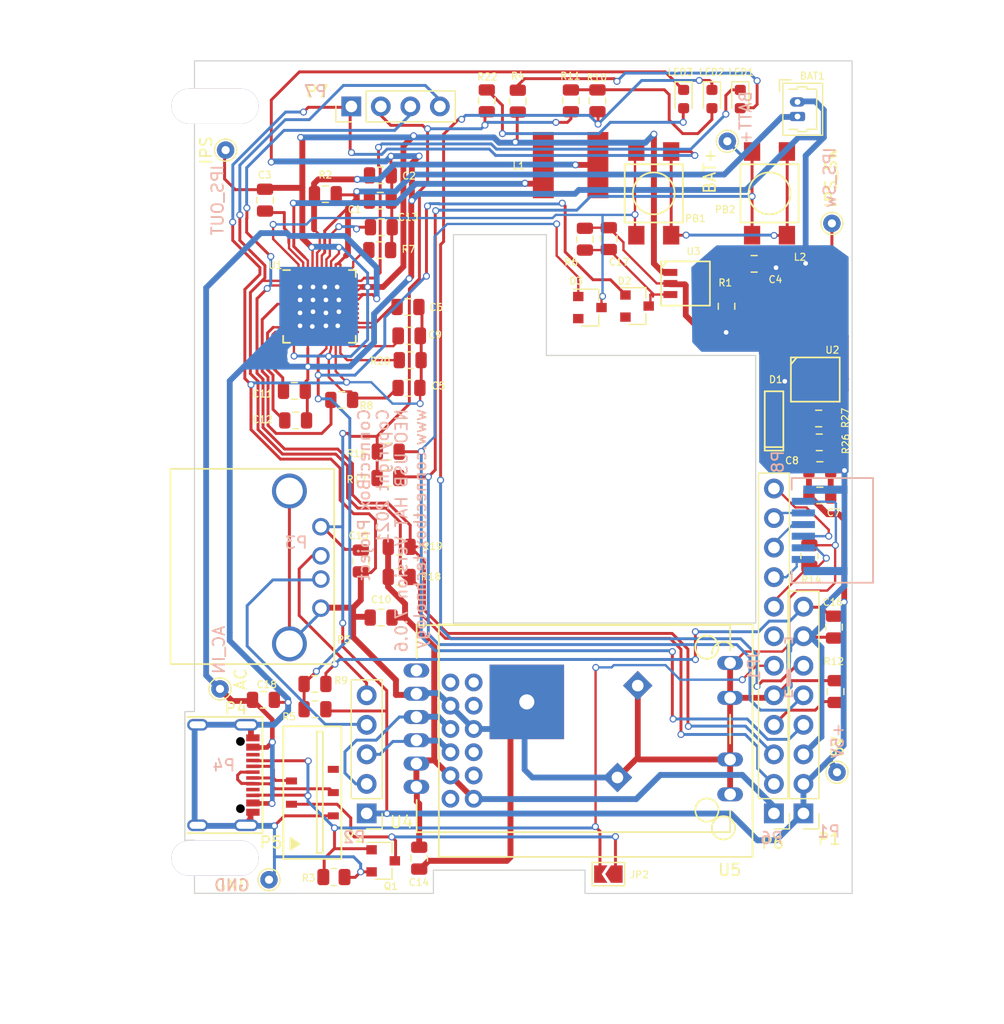
<source format=kicad_pcb>
(kicad_pcb (version 20210228) (generator pcbnew)
  (title_block (title "ConnectBox HAT 7") (date "2021-07-10") (rev "7.0.6") (company "ConnectBox") (comment 1 "JRA"))
  (layers (0 "F.Cu" signal) (31 "B.Cu" signal) (34 "B.Paste" user) (35 "F.Paste" user) (36 "B.SilkS" user "B.Silkscreen") (37 "F.SilkS" user "F.Silkscreen") (38 "B.Mask" user) (39 "F.Mask" user) (44 "Edge.Cuts" user))
  (net 0 "")
  (net 1 "Net-(L1-Pad2)")
  (net 2 "Net-(D3-Pad2)")
  (net 3 "/SPI0_CLK")
  (net 4 "Net-(LED3-Pad2)")
  (net 5 "Net-(C2-Pad1)")
  (net 6 "Net-(C6-Pad2)")
  (net 7 "Net-(C9-Pad2)")
  (net 8 "Net-(D1-Pad2)")
  (net 9 "/SDA")
  (net 10 "/SCL")
  (net 11 "Net-(R7-Pad1)")
  (net 12 "Net-(R8-Pad1)")
  (net 13 "Net-(R20-Pad2)")
  (net 14 "Net-(R26-Pad2)")
  (net 15 "/IPS_OUT")
  (net 16 "/5V_OUT")
  (net 17 "/AC_IN")
  (net 18 "/A_GND")
  (net 19 "/3v3")
  (net 20 "Net-(C11-Pad2)")
  (net 21 "Net-(C12-Pad2)")
  (net 22 "Net-(C13-Pad2)")
  (net 23 "Net-(C4-Pad1)")
  (net 24 "Net-(R1-Pad1)")
  (net 25 "/SPI0_MISO")
  (net 26 "/PG6")
  (net 27 "/PG7")
  (net 28 "/SPI0_MOSI")
  (net 29 "Net-(C16-Pad2)")
  (net 30 "Net-(C17-Pad1)")
  (net 31 "/PG11")
  (net 32 "GND")
  (net 33 "/Power control/BAT+")
  (net 34 "/Power control/EXT_EN")
  (net 35 "Net-(LED1-Pad1)")
  (net 36 "Net-(LED1-Pad2)")
  (net 37 "Net-(LED2-Pad2)")
  (net 38 "Net-(LED2-Pad1)")
  (net 40 "Net-(P2-Pad2)")
  (net 41 "Net-(P2-Pad3)")
  (net 42 "Net-(P2-Pad4)")
  (net 43 "Net-(P2-Pad5)")
  (net 44 "/3v3a")
  (net 45 "/PA3")
  (net 46 "Net-(P4-PadA6)")
  (net 47 "Net-(P4-PadA7)")
  (net 48 "/PA0")
  (net 49 "Net-(JP2-Pad1)")
  (footprint "CustomComponents:SW-TL3305" (layer "F.Cu") (at 169.4368 74.1 90)
    (fp_text reference "PB1")
    (fp_text value "SPST-PUSH")
  )
  (footprint "CustomComponents:SOT-23-6a" (layer "F.Cu") (at 183.34 90.11)
    (fp_text reference "U2")
    (fp_text value "MT3608")
  )
  (footprint "Resistor_SMD:R_0805_2012Metric" (layer "F.Cu") (at 175.7 83.81 -90)
    (fp_text reference "R1")
    (fp_text value "162")
  )
  (footprint "CustomComponents:SOT-23-6a" (layer "F.Cu") (at 172.17 81.85)
    (fp_text reference "U3")
    (fp_text value "MIC2019")
  )
  (footprint "CustomComponents:INDUCTOR_SMD_6x6-1" (layer "F.Cu") (at 162.28 71.67 -90)
    (fp_text reference "L1")
    (fp_text value "4.7 uH")
  )
  (footprint "CustomComponents:SOD-123FL" (layer "F.Cu") (at 179.79 93.42 90)
    (fp_text reference "D1")
    (fp_text value "NRVTS260ESFT1G")
  )
  (footprint "CustomComponents:UQFN-48-1EP_6x6mm_Pitch0.4mm_75" (layer "F.Cu") (at 140.6652 83.82)
    (fp_text reference "U1")
    (fp_text value "AXP209")
  )
  (footprint "CustomComponents:USB_A" (layer "F.Cu") (at 140.79008 102.76754 -90)
    (fp_text reference "P3")
    (fp_text value "USB_A_1")
  )
  (footprint "Connector_PinHeader_2.54mm:PinHeader_1x08_P2.54mm_Vertical" (layer "F.Cu") (at 182.3212 127.422 180)
    (fp_text reference "P1")
    (fp_text value "Conn_01x08")
  )
  (footprint "CustomComponents:Molex PicoBlade 53047-0210 - (swapped pins)" (layer "F.Cu") (at 181.81 66.24 -90)
    (fp_text reference "BAT1")
    (fp_text value "Molex PicoBlade 53047-0210")
  )
  (footprint "Resistor_SMD:R_0805_2012Metric" (layer "F.Cu") (at 140.28 118.46 180)
    (fp_text reference "R5")
    (fp_text value "51K")
  )
  (footprint "Capacitor_SMD:C_0805_2012Metric" (layer "F.Cu") (at 165.57 77.99 90)
    (fp_text reference "C17")
    (fp_text value "22uF")
  )
  (footprint "Resistor_SMD:R_0805_2012Metric" (layer "F.Cu") (at 163.51 78.04 90)
    (fp_text reference "R6")
    (fp_text value "220K")
  )
  (footprint "Diode_SMD:D_SOT-23_ANK" (layer "F.Cu") (at 168 83.79)
    (fp_text reference "D2")
    (fp_text value "MMBD914")
  )
  (footprint "TestPoint:TestPoint_THTPad_D1.5mm_Drill0.7mm" (layer "F.Cu") (at 132.1054 116.713)
    (fp_text reference "TP1" hide)
    (fp_text value "AC_IN")
  )
  (footprint "TestPoint:TestPoint_THTPad_D1.5mm_Drill0.7mm" (layer "F.Cu") (at 175.77 69.62)
    (fp_text reference "TP2" hide)
    (fp_text value "Bat+")
  )
  (footprint "TestPoint:TestPoint_THTPad_D1.5mm_Drill0.7mm" (layer "F.Cu") (at 136.3218 133.1214)
    (fp_text reference "TP3" hide)
    (fp_text value "Gnd")
  )
  (footprint "TestPoint:TestPoint_THTPad_D1.5mm_Drill0.7mm" (layer "F.Cu") (at 132.59 70.38)
    (fp_text reference "TP4" hide)
    (fp_text value "IPS")
  )
  (footprint "TestPoint:TestPoint_THTPad_D1.5mm_Drill0.7mm" (layer "F.Cu") (at 185.21 123.88)
    (fp_text reference "TP5" hide)
    (fp_text value "5V")
  )
  (footprint "Resistor_SMD:R_0805_2012Metric" (layer "F.Cu") (at 185.09 116.94 90)
    (fp_text reference "R12")
    (fp_text value "2.2K")
  )
  (footprint "Capacitor_SMD:C_0805_2012Metric" (layer "F.Cu") (at 145.9 74.73)
    (fp_text reference "C1")
    (fp_text value "10uF")
  )
  (footprint "Capacitor_SMD:C_0805_2012Metric" (layer "F.Cu") (at 145.91 72.55)
    (fp_text reference "C2")
    (fp_text value "10uF")
  )
  (footprint "Capacitor_SMD:C_0805_2012Metric" (layer "F.Cu") (at 135.98 74.6825 -90)
    (fp_text reference "C3")
    (fp_text value "10uF")
  )
  (footprint "Capacitor_SMD:C_0805_2012Metric" (layer "F.Cu") (at 178.08 80.16)
    (fp_text reference "C4")
    (fp_text value "10uF")
  )
  (footprint "Capacitor_SMD:C_0805_2012Metric" (layer "F.Cu") (at 148.3708 90.8304 180)
    (fp_text reference "C5")
    (fp_text value "10uF")
  )
  (footprint "Capacitor_SMD:C_0805_2012Metric" (layer "F.Cu") (at 148.2852 83.8708 180)
    (fp_text reference "C6")
    (fp_text value "1uF")
  )
  (footprint "Capacitor_SMD:C_0805_2012Metric" (layer "F.Cu") (at 183.73 100.08)
    (fp_text reference "C7")
    (fp_text value "22uF")
  )
  (footprint "Capacitor_SMD:C_0805_2012Metric" (layer "F.Cu") (at 183.73 97.89)
    (fp_text reference "C8")
    (fp_text value "22uF")
  )
  (footprint "Capacitor_SMD:C_0805_2012Metric" (layer "F.Cu") (at 145.97 110.58 180)
    (fp_text reference "C10")
    (fp_text value "1uF")
  )
  (footprint "Capacitor_SMD:C_0805_2012Metric" (layer "F.Cu") (at 138.5062 91.0844 180)
    (fp_text reference "C11")
    (fp_text value "4.7uF")
  )
  (footprint "Capacitor_SMD:C_0805_2012Metric" (layer "F.Cu") (at 138.6172 93.6244 180)
    (fp_text reference "C12")
    (fp_text value "4.7uF")
  )
  (footprint "Capacitor_SMD:C_0805_2012Metric" (layer "F.Cu") (at 145.99 77.01 180)
    (fp_text reference "C13")
    (fp_text value "4.7uF")
  )
  (footprint "Capacitor_SMD:C_0805_2012Metric" (layer "F.Cu") (at 149.2504 131.2672 -90)
    (fp_text reference "C14")
    (fp_text value "22uF")
  )
  (footprint "Capacitor_SMD:C_0805_2012Metric" (layer "F.Cu") (at 144.2212 105.7148 90)
    (fp_text reference "C15")
    (fp_text value "22uF")
  )
  (footprint "Resistor_SMD:R_0805_2012Metric" (layer "F.Cu") (at 141.1732 74.168 180)
    (fp_text reference "R2")
    (fp_text value "0.03 ohm")
  )
  (footprint "Resistor_SMD:R_0805_2012Metric" (layer "F.Cu") (at 157.734 66.167 90)
    (fp_text reference "R4")
    (fp_text value "1.8K")
  )
  (footprint "Resistor_SMD:R_0805_2012Metric" (layer "F.Cu") (at 145.8525 78.98)
    (fp_text reference "R7")
    (fp_text value "100")
  )
  (footprint "Resistor_SMD:R_0805_2012Metric" (layer "F.Cu") (at 142.58 91.86)
    (fp_text reference "R8")
    (fp_text value "10K")
  )
  (footprint "Resistor_SMD:R_0805_2012Metric" (layer "F.Cu") (at 164.592 66.1416 -90)
    (fp_text reference "R10")
    (fp_text value "1K")
  )
  (footprint "Resistor_SMD:R_0805_2012Metric" (layer "F.Cu") (at 162.306 66.1416 90)
    (fp_text reference "R11")
    (fp_text value "1K")
  )
  (footprint "Resistor_SMD:R_0805_2012Metric" (layer "F.Cu") (at 146.5834 96.3168 180)
    (fp_text reference "R16")
    (fp_text value "10K")
  )
  (footprint "Resistor_SMD:R_0805_2012Metric" (layer "F.Cu") (at 146.558 98.5774 180)
    (fp_text reference "R17")
    (fp_text value "10K")
  )
  (footprint "Resistor_SMD:R_0805_2012Metric" (layer "F.Cu") (at 147.5232 107.0864 180)
    (fp_text reference "R18")
    (fp_text value "2.2K")
  )
  (footprint "Resistor_SMD:R_0805_2012Metric" (layer "F.Cu") (at 147.5232 104.4956 180)
    (fp_text reference "R19")
    (fp_text value "2.2K")
  )
  (footprint "Resistor_SMD:R_0805_2012Metric" (layer "F.Cu") (at 148.4732 88.4428 180)
    (fp_text reference "R20")
    (fp_text value "200K")
  )
  (footprint "Resistor_SMD:R_0805_2012Metric" (layer "F.Cu") (at 155.067 66.1416 90)
    (fp_text reference "R22")
    (fp_text value "1K")
  )
  (footprint "Resistor_SMD:R_0805_2012Metric" (layer "F.Cu") (at 183.68 95.51)
    (fp_text reference "R26")
    (fp_text value "200K")
  )
  (footprint "Resistor_SMD:R_0805_2012Metric" (layer "F.Cu") (at 183.63 93.46 180)
    (fp_text reference "R27")
    (fp_text value "27.0K")
  )
  (footprint "Capacitor_SMD:C_0805_2012Metric" (layer "F.Cu") (at 184.95 111.4 90)
    (fp_text reference "C16")
    (fp_text value "10uF")
  )
  (footprint "CustomComponents:SW-TL3305" (layer "F.Cu") (at 179.3988 74.1 90)
    (fp_text reference "PB2")
    (fp_text value "SPST-PUSH")
  )
  (footprint "Resistor_SMD:R_0805_2012Metric" (layer "F.Cu") (at 140.28 116.29)
    (fp_text reference "R9")
    (fp_text value "1K")
  )
  (footprint "Connector_PinHeader_2.54mm:PinHeader_1x04_P2.54mm_Vertical" (layer "F.Cu") (at 143.4084 66.6244 90)
    (fp_text reference "P7")
    (fp_text value "Conn_01x04")
  )
  (footprint "LED_SMD:LED_0603_1608Metric" (layer "F.Cu") (at 176.8836 65.9892 -90)
    (fp_text reference "LED1")
    (fp_text value "Red")
  )
  (footprint "LED_SMD:LED_0603_1608Metric" (layer "F.Cu") (at 174.4452 65.9892 -90)
    (fp_text reference "LED2")
    (fp_text value "Amber")
  )
  (footprint "LED_SMD:LED_0603_1608Metric" (layer "F.Cu") (at 172.0068 65.9892 -90)
    (fp_text reference "LED3")
    (fp_text value "Green")
  )
  (footprint "Capacitor_SMD:C_0805_2012Metric" (layer "F.Cu") (at 135.8415 117.6528)
    (fp_text reference "C18")
    (fp_text value "22uF")
  )
  (footprint "CustomComponents:INDUCTOR_SMD_6x6-1" (layer "F.Cu") (at 180.2318 84.3774 -90)
    (fp_text reference "L2")
    (fp_text value "4.7 uH")
  )
  (footprint "TestPoint:TestPoint_THTPad_D1.5mm_Drill0.7mm" (layer "F.Cu") (at 184.77 76.68)
    (fp_text reference "TP6" hide)
    (fp_text value "IPS_Sw")
  )
  (footprint "CustomComponents:HC-R8812AU2-th-1" (layer "F.Cu") (at 162.51 120.13 -90)
    (fp_text reference "U4")
    (fp_text value "HC-R8812AF1")
  )
  (footprint "CustomComponents:NetConnect-50" (layer "F.Cu") (at 181.05 114.26 90)
    (fp_text reference "JP1")
    (fp_text value "Jumper_NC_Small")
  )
  (footprint "Resistor_SMD:R_0805_2012Metric" (layer "F.Cu") (at 141.9098 132.8928)
    (fp_text reference "R3")
    (fp_text value "10K")
  )
  (footprint "CustomComponents:Slot_3x7.5" (layer "F.Cu") (at 125.14 132.35)
    (fp_text reference "REF**" hide)
    (fp_text value "Slot_3x7.5")
  )
  (footprint "CustomComponents:F12ASUM13-W2" (layer "F.Cu") (at 164.4396 121.158 -90)
    (fp_text reference "U5")
    (fp_text value "F12ASUM13-W2")
  )
  (footprint "Connector_PinHeader_2.54mm:PinHeader_1x05_P2.54mm_Vertical" (layer "F.Cu") (at 144.7292 127.422 180)
    (fp_text reference "P2")
    (fp_text value "Conn_01x05")
  )
  (footprint "Capacitor_SMD:C_0805_2012Metric" (layer "F.Cu") (at 148.39 86.35 180)
    (fp_text reference "C9")
    (fp_text value "1uF")
  )
  (footprint "Connector_PinHeader_2.54mm:PinHeader_1x12_P2.54mm_Vertical" (layer "F.Cu") (at 179.7812 127.422 180)
    (fp_text reference "P6")
    (fp_text value "Conn_01x12")
  )
  (footprint "Diode_SMD:D_SOT-23_ANK" (layer "F.Cu") (at 163.94 83.92)
    (fp_text reference "D3")
    (fp_text value "MMBD914")
  )
  (footprint "Jumper:SolderJumper-2_P1.3mm_Open_TrianglePad1.0x1.5mm" (layer "F.Cu") (at 165.5318 132.6388 180)
    (fp_text reference "JP2")
    (fp_text value "SolderJumper_2_Open")
  )
  (footprint "CustomComponents:SFW5S-2STE1LF" (layer "F.Cu") (at 140.0556 125.6284 90)
    (fp_text reference "P5")
    (fp_text value "Conn_01x05")
  )
  (footprint "MountingHole:MountingHole_3mm" (layer "F.Cu") (at 186.18 136.96)
    (fp_text reference "REF**" hide)
    (fp_text value "MountingHole_3mm")
  )
  (footprint "CustomComponents:Slot_3x7.5" (layer "F.Cu") (at 130.06 64.07)
    (fp_text reference "REF**" hide)
    (fp_text value "Slot_3x7.5")
  )
  (footprint "CustomComponents:USB-C-GCT" (layer "F.Cu") (at 134.3625 124.12 -90)
    (fp_text reference "P4")
    (fp_text value "USB-C")
  )
  (footprint "Package_TO_SOT_SMD:SOT-23" (layer "F.Cu") (at 146.1516 131.4958)
    (fp_text reference "Q1")
    (fp_text value "2N7002")
  )
  (footprint "Resistor_SMD:R_0805_2012Metric" (layer "F.Cu") (at 182.83 105.27 90)
    (fp_text reference "R14")
    (fp_text value "2.2K")
  )
  (footprint "CustomComponents:SFW6R-1STE1LF" (layer "B.Cu") (at 182.31 102.58 -90)
    (fp_text reference "P8")
    (fp_text value "Conn_01x06")
  )
  (gr_line (start 186.5122 134.3) (end 163.52 134.3) (layer "Edge.Cuts") (width 0.1))
  (gr_line (start 129.91 129.73) (end 129.08 129.73) (layer "Edge.Cuts") (width 0.1))
  (gr_line (start 129.91 118.66) (end 129.91 62.71) (layer "Edge.Cuts") (width 0.1))
  (gr_line (start 129.08 118.66) (end 129.89 118.66) (layer "Edge.Cuts") (width 0.1))
  (gr_line (start 163.5252 132.3) (end 150.47 132.3) (layer "Edge.Cuts") (width 0.1))
  (gr_line (start 150.47 132.3) (end 150.47 134.29) (layer "Edge.Cuts") (width 0.1))
  (gr_line (start 129.08 129.71) (end 129.08 118.68) (layer "Edge.Cuts") (width 0.1))
  (gr_line (start 160.1968 88.0364) (end 178.2064 88.0364) (layer "Edge.Cuts") (width 0.1))
  (gr_line (start 178.2064 88.0364) (end 178.21 111.05) (angle 90) (layer "Edge.Cuts") (width 0.1))
  (gr_line (start 186.5056 62.708) (end 129.8956 62.708) (angle 90) (layer "Edge.Cuts") (width 0.1))
  (gr_line (start 186.5122 134.3) (end 186.5056 62.708) (angle 90) (layer "Edge.Cuts") (width 0.1))
  (gr_line (start 152.1968 111.0488) (end 152.1968 88) (angle 90) (layer "Edge.Cuts") (width 0.1))
  (gr_line (start 160.1968 77.65) (end 160.1968 88.0364) (layer "Edge.Cuts") (width 0.1))
  (gr_line (start 152.1968 77.65) (end 160.1968 77.65) (layer "Edge.Cuts") (width 0.1))
  (gr_line (start 178.21 111.05) (end 152.1968 111.0488) (angle 90) (layer "Edge.Cuts") (width 0.1))
  (gr_line (start 152.1968 88) (end 152.1968 77.65) (layer "Edge.Cuts") (width 0.1))
  (gr_line (start 129.91 134.29) (end 150.4696 134.3) (layer "Edge.Cuts") (width 0.1))
  (gr_line (start 163.52 134.3) (end 163.5252 132.3) (layer "Edge.Cuts") (width 0.1))
  (gr_line (start 129.91 134.26) (end 129.91 129.73) (layer "Edge.Cuts") (width 0.1))
  (gr_text "GND" (at 133.1214 133.604) (layer "B.SilkS") (effects (font (size 1 1)) (justify mirror)))
  (gr_text "+5V" (at 185.2676 121.158 90) (layer "B.SilkS") (effects (font (size 1 1)) (justify mirror)))
  (gr_text "BATT+" (at 177.34 67.6 90) (layer "B.SilkS") (effects (font (size 1 1)) (justify mirror)))
  (gr_text "IPS_OUT" (at 131.9 74.68 90) (layer "B.SilkS") (effects (font (size 1 1)) (justify mirror)))
  (gr_text "P4" (at 132.4356 123.2916) (layer "B.SilkS") (effects (font (size 1 1)) (justify mirror)))
  (gr_text "IPS_Sw" (at 184.58 72.74 90) (layer "B.SilkS") (effects (font (size 1 1)) (justify mirror)))
  (gr_text "AC_IN" (at 132.01 113.36 90) (layer "B.SilkS") (effects (font (size 1 1)) (justify mirror)))
  (gr_text "P1" (at 184.5056 128.9812) (layer "B.SilkS") (effects (font (size 1 1)) (justify mirror)))
  (gr_text "P3" (at 138.66 104.14) (layer "B.SilkS") (effects (font (size 1 1)) (justify mirror)))
  (gr_text "ConnectBox Project\nCopyright 2021\nNEO USB HAT Version 7.0.6\nwww.connectbox.technology" (at 146.920001 92.52999 90) (layer "B.SilkS") (effects (font (size 1 1)) (justify left mirror)))
  (gr_text "P6" (at 179.578 129.54) (layer "B.SilkS") (effects (font (size 1 1)) (justify mirror)))
  (gr_text "P2" (at 143.6624 129.4638) (layer "B.SilkS") (effects (font (size 1 1)) (justify mirror)))
  (gr_text "P7" (at 140.3096 65.3288) (layer "B.SilkS") (effects (font (size 1 1)) (justify mirror)))
  (gr_text "AC" (at 133.8834 115.8748 90) (layer "F.SilkS") (effects (font (size 1 1))))
  (gr_text "BAT+" (at 174.25 72.19 90) (layer "F.SilkS") (effects (font (size 1 1))))
  (gr_text "IPS" (at 130.92 70.39 90) (layer "F.SilkS") (effects (font (size 1 1))))
  (gr_text "5V" (at 185.2676 121.6914 90) (layer "F.SilkS") (effects (font (size 1 1))))
  (gr_text "GND" (at 133.1722 133.604) (layer "F.SilkS") (effects (font (size 1 1))))
  (gr_text "IPS_Sw" (at 184.7 72.76 90) (layer "F.SilkS") (effects (font (size 1 1))))
  (segment (start 138.4585 78.6669) (end 139.406002 79.614402) (width 0.25) (layer "F.Cu") (net 1))
  (segment (start 139.6652 80.82) (end 139.6652 79.8736) (width 0.2) (layer "F.Cu") (net 1))
  (segment (start 158.39 73.27) (end 159.38 73.27) (width 0.5) (layer "F.Cu") (net 1))
  (segment (start 138.4585 74.9785) (end 138.4585 78.6669) (width 0.25) (layer "F.Cu") (net 1))
  (segment (start 158.35 73.23) (end 158.39 73.27) (width 0.5) (layer "F.Cu") (net 1))
  (segment (start 138.42 74.94) (end 138.4585 74.9785) (width 0.25) (layer "F.Cu") (net 1))
  (segment (start 139.6652 79.8736) (end 139.406002 79.614402) (width 0.2) (layer "F.Cu") (net 1))
  (via (at 158.35 73.23) (size 0.6) (drill 0.4) (layers "F.Cu" "B.Cu") (net 1))
  (via (at 138.42 74.94) (size 0.6) (drill 0.4) (layers "F.Cu" "B.Cu") (net 1))
  (segment (start 158.29952 73.28048) (end 148.93952 73.28048) (width 0.5) (layer "B.Cu") (net 1))
  (segment (start 148.93952 73.28048) (end 147.28 74.94) (width 0.5) (layer "B.Cu") (net 1))
  (segment (start 158.35 73.23) (end 158.29952 73.28048) (width 0.5) (layer "B.Cu") (net 1))
  (segment (start 147.28 74.94) (end 138.42 74.94) (width 0.5) (layer "B.Cu") (net 1))
  (segment (start 161.08 79.46) (end 162.94 81.32) (width 0.2) (layer "F.Cu") (net 2))
  (segment (start 162.94 82.97) (end 162.94 81.32) (width 0.2) (layer "F.Cu") (net 2))
  (segment (start 161.08 79.46) (end 161.08 76.73) (width 0.2) (layer "F.Cu") (net 2))
  (segment (start 171.037553 119.237553) (end 171.037553 113.5045) (width 0.25) (layer "F.Cu") (net 2))
  (segment (start 171.1 119.3) (end 171.037553 119.237553) (width 0.25) (layer "F.Cu") (net 2))
  (segment (start 149.4028 96.3168) (end 149.4282 96.2914) (width 0.25) (layer "F.Cu") (net 2))
  (segment (start 147.5334 96.3168) (end 149.4028 96.3168) (width 0.25) (layer "F.Cu") (net 2))
  (via (at 149.4282 96.2914) (size 0.6) (drill 0.4) (layers "F.Cu" "B.Cu") (net 2))
  (via (at 161.08 76.73) (size 0.6) (drill 0.4) (layers "F.Cu" "B.Cu") (net 2))
  (via (at 171.037553 113.5045) (size 0.6) (drill 0.4) (layers "F.Cu" "B.Cu") (net 2))
  (via (at 171.1 119.3) (size 0.6) (drill 0.4) (layers "F.Cu" "B.Cu") (net 2))
  (segment (start 170.963053 113.43) (end 171.037553 113.5045) (width 0.25) (layer "B.Cu") (net 2))
  (segment (start 179.235261 121.05) (end 181.0732 121.05) (width 0.25) (layer "B.Cu") (net 2))
  (segment (start 149.4282 112.2182) (end 150.64 113.43) (width 0.25) (layer "B.Cu") (net 2))
  (segment (start 151.66 76.73) (end 150.58 77.81) (width 0.2) (layer "B.Cu") (net 2))
  (segment (start 171.1 119.3) (end 177.485261 119.3) (width 0.25) (layer "B.Cu") (net 2))
  (segment (start 177.485261 119.3) (end 179.235261 121.05) (width 0.25) (layer "B.Cu") (net 2))
  (segment (start 150.64 113.43) (end 170.963053 113.43) (width 0.25) (layer "B.Cu") (net 2))
  (segment (start 181.0732 121.05) (end 182.3212 119.802) (width 0.25) (layer "B.Cu") (net 2))
  (segment (start 149.4282 96.1618) (end 149.4282 96.2914) (width 0.2) (layer "B.Cu") (net 2))
  (segment (start 150.58 95.01) (end 149.4282 96.1618) (width 0.2) (layer "B.Cu") (net 2))
  (segment (start 150.58 77.81) (end 150.58 95.01) (width 0.2) (layer "B.Cu") (net 2))
  (segment (start 149.4282 96.2914) (end 149.4282 112.2182) (width 0.25) (layer "B.Cu") (net 2))
  (segment (start 161.08 76.73) (end 151.66 76.73) (width 0.2) (layer "B.Cu") (net 2))
  (segment (start 184.498 103.028) (end 182.58 101.11) (width 0.2) (layer "F.Cu") (net 3))
  (segment (start 182.58 101.11) (end 181.62 101.11) (width 0.2) (layer "F.Cu") (net 3))
  (segment (start 184.498 103.58) (end 184.498 103.028) (width 0.2) (layer "F.Cu") (net 3))
  (segment (start 181.62 101.11) (end 179.96 99.45) (width 0.2) (layer "F.Cu") (net 3))
  (via (at 184.498 103.58) (size 0.6) (drill 0.4) (layers "F.Cu" "B.Cu") (net 3))
  (segment (start 182.31 103.58) (end 184.498 103.58) (width 0.2) (layer "B.Cu") (net 3))
  (segment (start 184.5 103.58) (end 184.498 103.58) (width 0.2) (layer "B.Cu") (net 3))
  (segment (start 156.4132 66.5378) (end 156.4132 68.961) (width 0.25) (layer "F.Cu") (net 4))
  (segment (start 155.067 65.1916) (end 156.4132 66.5378) (width 0.25) (layer "F.Cu") (net 4))
  (segment (start 171.974693 66.770607) (end 171.974693 67.987093) (width 0.25) (layer "F.Cu") (net 4))
  (via (at 171.974693 67.987093) (size 0.6) (drill 0.4) (layers "F.Cu" "B.Cu") (net 4))
  (via (at 156.4132 68.961) (size 0.6) (drill 0.4) (layers "F.Cu" "B.Cu") (net 4))
  (segment (start 165.695677 67.99) (end 171.971786 67.99) (width 0.25) (layer "B.Cu") (net 4))
  (segment (start 156.4132 68.961) (end 164.724677 68.961) (width 0.25) (layer "B.Cu") (net 4))
  (segment (start 164.724677 68.961) (end 165.695677 67.99) (width 0.25) (layer "B.Cu") (net 4))
  (segment (start 171.971786 67.99) (end 171.974693 67.987093) (width 0.25) (layer "B.Cu") (net 4))
  (segment (start 140.690723 77.680723) (end 140.2 77.19) (width 0.2) (layer "F.Cu") (net 5))
  (segment (start 140.2 77.19) (end 140.2 73.2616) (width 0.5) (layer "F.Cu") (net 5))
  (segment (start 140.5636 72.898) (end 143.9164 72.898) (width 0.5) (layer "F.Cu") (net 5))
  (segment (start 140.690723 78.979799) (end 140.690723 77.680723) (width 0.2) (layer "F.Cu") (net 5))
  (segment (start 140.4652 80.82) (end 140.4652 79.205322) (width 0.2) (layer "F.Cu") (net 5))
  (segment (start 140.2 73.2616) (end 140.5636 72.898) (width 0.5) (layer "F.Cu") (net 5))
  (segment (start 145.2786 72.898) (end 143.9164 72.898) (width 0.25) (layer "F.Cu") (net 5))
  (segment (start 140.4652 79.205322) (end 140.690723 78.979799) (width 0.2) (layer "F.Cu") (net 5))
  (segment (start 162.7 71.65) (end 164.61 71.65) (width 0.5) (layer "F.Cu") (net 5))
  (via (at 162.7 71.65) (size 0.6) (drill 0.4) (layers "F.Cu" "B.Cu") (net 5))
  (via (at 143.9164 72.898) (size 0.6) (drill 0.4) (layers "F.Cu" "B.Cu") (net 5))
  (segment (start 162.674011 71.624011) (end 147.072633 71.624011) (width 0.5) (layer "B.Cu") (net 5))
  (segment (start 147.072633 71.624011) (end 145.798644 72.898) (width 0.5) (layer "B.Cu") (net 5))
  (segment (start 162.7 71.65) (end 162.674011 71.624011) (width 0.5) (layer "B.Cu") (net 5))
  (segment (start 145.798644 72.898) (end 143.9164 72.898) (width 0.5) (layer "B.Cu") (net 5))
  (segment (start 145.1136 85.62) (end 147.32 83.4136) (width 0.25) (layer "F.Cu") (net 6))
  (segment (start 144.0404 85.22) (end 144.0628 85.2424) (width 0.2) (layer "F.Cu") (net 6))
  (segment (start 143.6652 85.22) (end 144.0404 85.22) (width 0.2) (layer "F.Cu") (net 6))
  (segment (start 144.0628 85.2424) (end 145.4912 85.2424) (width 0.2) (layer "F.Cu") (net 6))
  (segment (start 145.1136 85.62) (end 143.6652 85.62) (width 0.2) (layer "F.Cu") (net 6))
  (segment (start 143.2852 87.24) (end 142.8652 86.82) (width 0.2) (layer "F.Cu") (net 7))
  (segment (start 147.02 87.24) (end 143.2852 87.24) (width 0.2) (layer "F.Cu") (net 7))
  (segment (start 147.4216 86.8384) (end 147.02 87.24) (width 0.2) (layer "F.Cu") (net 7))
  (segment (start 179.9844 85.08) (end 179.9844 89.2244) (width 0.5) (layer "F.Cu") (net 8))
  (segment (start 179.9844 89.2244) (end 179.9844 91.9556) (width 0.5) (layer "F.Cu") (net 8))
  (segment (start 179.9844 85.08) (end 179.2818 84.3774) (width 0.5) (layer "F.Cu") (net 8))
  (segment (start 179.9844 89.2244) (end 181.9744 89.2244) (width 0.5) (layer "F.Cu") (net 8))
  (segment (start 179.2818 84.3774) (end 177.8818 84.3774) (width 0.5) (layer "F.Cu") (net 8))
  (segment (start 181.9744 89.2244) (end 181.98 89.23) (width 0.5) (layer "F.Cu") (net 8))
  (segment (start 171.78 113.31) (end 170.84 112.37) (width 0.25) (layer "F.Cu") (net 9))
  (segment (start 170.84 112.37) (end 151.512566 112.37) (width 0.25) (layer "F.Cu") (net 9))
  (segment (start 149.27808 110.135514) (end 149.27808 107.97808) (width 0.25) (layer "F.Cu") (net 9))
  (segment (start 146.4056 101.1682) (end 143.9672 101.1682) (width 0.25) (layer "F.Cu") (net 9))
  (segment (start 135.377401 90.260599) (end 134.7216 89.604798) (width 0.25) (layer "F.Cu") (net 9))
  (segment (start 151.512566 112.37) (end 149.27808 110.135514) (width 0.25) (layer "F.Cu") (net 9))
  (segment (start 135.971023 81.372452) (end 135.971023 80.303611) (width 0.25) (layer "F.Cu") (net 9))
  (segment (start 142.0622 96.52) (end 137.488725 96.519999) (width 0.25) (layer "F.Cu") (net 9))
  (segment (start 137.6652 81.62) (end 135.723475 81.62) (width 0.2) (layer "F.Cu") (net 9))
  (segment (start 134.7216 82.621875) (end 135.971023 81.372452) (width 0.25) (layer "F.Cu") (net 9))
  (segment (start 134.7216 89.604798) (end 134.7216 82.621875) (width 0.25) (layer "F.Cu") (net 9))
  (segment (start 149.27808 107.97808) (end 148.42 107.12) (width 0.25) (layer "F.Cu") (net 9))
  (segment (start 137.488725 96.519999) (end 135.377401 94.408675) (width 0.25) (layer "F.Cu") (net 9))
  (segment (start 135.377401 94.408675) (end 135.377401 90.260599) (width 0.25) (layer "F.Cu") (net 9))
  (segment (start 171.78 120.63) (end 171.78 113.31) (width 0.25) (layer "F.Cu") (net 9))
  (segment (start 133.8145 78.147088) (end 133.8145 75.95526) (width 0.25) (layer "F.Cu") (net 9))
  (segment (start 135.971023 80.303611) (end 133.8145 78.147088) (width 0.25) (layer "F.Cu") (net 9))
  (segment (start 147.6248 106.8048) (end 147.94 107.12) (width 0.25) (layer "F.Cu") (net 9))
  (segment (start 147.6248 102.3874) (end 147.6248 106.8048) (width 0.25) (layer "F.Cu") (net 9))
  (segment (start 147.94 107.12) (end 148.5 107.12) (width 0.25) (layer "F.Cu") (net 9))
  (segment (start 143.9672 101.1682) (end 143.0782 100.2792) (width 0.25) (layer "F.Cu") (net 9))
  (segment (start 143.0782 97.536) (end 142.0622 96.52) (width 0.25) (layer "F.Cu") (net 9))
  (segment (start 143.0782 100.2792) (end 143.0782 97.536) (width 0.25) (layer "F.Cu") (net 9))
  (segment (start 147.6248 102.3874) (end 146.4056 101.1682) (width 0.25) (layer "F.Cu") (net 9))
  (via (at 171.78 120.63) (size 0.6) (drill 0.4) (layers "F.Cu" "B.Cu") (net 9))
  (via (at 133.8145 75.95526) (size 0.6) (drill 0.4) (layers "F.Cu" "B.Cu") (net 9))
  (segment (start 133.8145 75.95526) (end 133.8145 71.6715) (width 0.25) (layer "B.Cu") (net 9))
  (segment (start 142.729002 64.8208) (end 149.7838 64.8208) (width 0.25) (layer "B.Cu") (net 9))
  (segment (start 171.78 120.63) (end 177.31 120.63) (width 0.25) (layer "B.Cu") (net 9))
  (segment (start 133.8145 71.6715) (end 137.723399 67.762601) (width 0.25) (layer "B.Cu") (net 9))
  (segment (start 178.38 123.55) (end 179.74 124.91) (width 0.25) (layer "B.Cu") (net 9))
  (segment (start 137.723399 67.762601) (end 139.787201 67.762601) (width 0.25) (layer "B.Cu") (net 9))
  (segment (start 177.31 120.63) (end 178.38 121.7) (width 0.25) (layer "B.Cu") (net 9))
  (segment (start 149.7838 64.8208) (end 151.0284 66.0654) (width 0.25) (layer "B.Cu") (net 9))
  (segment (start 178.38 121.7) (end 178.38 123.55) (width 0.25) (layer "B.Cu") (net 9))
  (segment (start 139.787201 67.762601) (end 142.729002 64.8208) (width 0.25) (layer "B.Cu") (net 9))
  (segment (start 143.508211 100.023411) (end 143.508211 97.357884) (width 0.25) (layer "F.Cu") (net 10))
  (segment (start 137.6652 82.02) (end 136.425599 82.02) (width 0.2) (layer "F.Cu") (net 10))
  (segment (start 137.665052 96.0882) (end 135.807412 94.23056) (width 0.25) (layer "F.Cu") (net 10))
  (segment (start 143.508211 97.357884) (end 142.238527 96.0882) (width 0.25) (layer "F.Cu") (net 10))
  (segment (start 134.419 76.245437) (end 134.4 76.264437) (width 0.25) (layer "F.Cu") (net 10))
  (segment (start 135.2908 89.565871) (end 135.2908 83.154799) (width 0.25) (layer "F.Cu") (net 10))
  (segment (start 148.4732 104.4956) (end 149.0472 104.4956) (width 0.25) (layer "F.Cu") (net 10))
  (segment (start 148.4732 104.4956) (end 148.4732 102.627675) (width 0.25) (layer "F.Cu") (net 10))
  (segment (start 134.419 75.352595) (end 134.419 76.245437) (width 0.25) (layer "F.Cu") (net 10))
  (segment (start 149.7076 105.73) (end 148.4732 104.4956) (width 0.25) (layer "F.Cu") (net 10))
  (segment (start 135.2908 83.154799) (end 136.1694 82.276199) (width 0.25) (layer "F.Cu") (net 10))
  (segment (start 142.238527 96.0882) (end 137.665052 96.0882) (width 0.25) (layer "F.Cu") (net 10))
  (segment (start 172.38 113.302566) (end 171.017914 111.94048) (width 0.25) (layer "F.Cu") (net 10))
  (segment (start 144.2212 100.7364) (end 143.508211 100.023411) (width 0.25) (layer "F.Cu") (net 10))
  (segment (start 146.581925 100.7364) (end 144.2212 100.7364) (width 0.25) (layer "F.Cu") (net 10))
  (segment (start 136.425599 82.02) (end 135.890798 82.554801) (width 0.2) (layer "F.Cu") (net 10))
  (segment (start 135.807412 90.082483) (end 135.2908 89.565871) (width 0.25) (layer "F.Cu") (net 10))
  (segment (start 135.807412 94.23056) (end 135.807412 90.082483) (width 0.25) (layer "F.Cu") (net 10))
  (segment (start 134.4 76.264437) (end 134.4 77.4532) (width 0.25) (layer "F.Cu") (net 10))
  (segment (start 134.4 77.4532) (end 136.4742 79.5274) (width 0.25) (layer "F.Cu") (net 10))
  (segment (start 149.7076 109.9576) (end 149.7076 105.73) (width 0.25) (layer "F.Cu") (net 10))
  (segment (start 171.017914 111.94048) (end 151.69048 111.94048) (width 0.25) (layer "F.Cu") (net 10))
  (segment (start 172.38 119.9) (end 172.38 113.302566) (width 0.25) (layer "F.Cu") (net 10))
  (segment (start 151.69048 111.94048) (end 149.7076 109.9576) (width 0.25) (layer "F.Cu") (net 10))
  (segment (start 172.4145 119.9345) (end 172.38 119.9) (width 0.25) (layer "F.Cu") (net 10))
  (segment (start 148.4732 102.627675) (end 146.581925 100.7364) (width 0.25) (layer "F.Cu") (net 10))
  (via (at 172.4145 119.9345) (size 0.6) (drill 0.4) (layers "F.Cu" "B.Cu") (net 10))
  (via (at 136.1694 82.276199) (size 0.6) (drill 0.4) (layers "F.Cu" "B.Cu") (net 10))
  (via (at 136.4742 79.5274) (size 0.6) (drill 0.4) (layers "F.Cu" "B.Cu") (net 10))
  (via (at 134.419 75.352595) (size 0.6) (drill 0.4) (layers "F.Cu" "B.Cu") (net 10))
  (segment (start 136.4742 81.971399) (end 136.469399 81.9762) (width 0.25) (layer "B.Cu") (net 10))
  (segment (start 136.4742 79.5274) (end 136.4742 81.971399) (width 0.25) (layer "B.Cu") (net 10))
  (segment (start 172.439 119.91) (end 177.33 119.91) (width 0.25) (layer "B.Cu") (net 10))
  (segment (start 177.33 119.91) (end 179.73 122.31) (width 0.25) (layer "B.Cu") (net 10))
  (segment (start 172.4145 119.9345) (end 172.439 119.91) (width 0.25) (layer "B.Cu") (net 10))
  (segment (start 134.4 75.333595) (end 134.4 71.8988) (width 0.25) (layer "B.Cu") (net 10))
  (segment (start 134.4 71.8988) (end 137.6172 68.6816) (width 0.25) (layer "B.Cu") (net 10))
  (segment (start 136.469399 81.9762) (end 136.1694 82.276199) (width 0.25) (layer "B.Cu") (net 10))
  (segment (start 147.1422 68.6816) (end 148.4884 67.3354) (width 0.25) (layer "B.Cu") (net 10))
  (segment (start 137.6172 68.6816) (end 147.1422 68.6816) (width 0.25) (layer "B.Cu") (net 10))
  (segment (start 134.419 75.352595) (end 134.4 75.333595) (width 0.25) (layer "B.Cu") (net 10))
  (segment (start 143.1652 80.82) (end 142.8652 80.82) (width 0.2) (layer "F.Cu") (net 11))
  (segment (start 143.572998 79.987002) (end 144.76 78.8) (width 0.2) (layer "F.Cu") (net 11))
  (segment (start 143.572998 80.412202) (end 143.572998 79.987002) (width 0.2) (layer "F.Cu") (net 11))
  (segment (start 143.572998 80.412202) (end 143.1652 80.82) (width 0.2) (layer "F.Cu") (net 11))
  (segment (start 137.0652 83.62) (end 137.6652 83.62) (width 0.2) (layer "F.Cu") (net 12))
  (segment (start 136.930556 94.745578) (end 136.237423 94.052445) (width 0.25) (layer "F.Cu") (net 12))
  (segment (start 141.6608 93.9496) (end 141.6608 91.7192) (width 0.25) (layer "F.Cu") (net 12))
  (segment (start 136.237423 89.904367) (end 135.7376 89.404545) (width 0.25) (layer "F.Cu") (net 12))
  (segment (start 140.864822 94.745578) (end 136.930556 94.745578) (width 0.25) (layer "F.Cu") (net 12))
  (segment (start 136.237423 94.052445) (end 136.237423 89.904367) (width 0.25) (layer "F.Cu") (net 12))
  (segment (start 135.7376 89.404545) (end 135.7376 84.9476) (width 0.25) (layer "F.Cu") (net 12))
  (segment (start 141.6608 93.9496) (end 140.864822 94.745578) (width 0.25) (layer "F.Cu") (net 12))
  (segment (start 135.7376 84.9476) (end 137.0652 83.62) (width 0.25) (layer "F.Cu") (net 12))
  (segment (start 143.0528 88.4428) (end 142.4652 87.8552) (width 0.2) (layer "F.Cu") (net 13))
  (segment (start 147.5232 88.4428) (end 143.0528 88.4428) (width 0.2) (layer "F.Cu") (net 13))
  (segment (start 142.4652 87.8552) (end 142.4652 86.82) (width 0.2) (layer "F.Cu") (net 13))
  (segment (start 184.5675 93.46) (end 184.5675 95.5175) (width 0.254) (layer "F.Cu") (net 14))
  (segment (start 182.04 91.06) (end 182.78 91.06) (width 0.254) (layer "F.Cu") (net 14))
  (segment (start 182.78 91.06) (end 184.61 92.89) (width 0.254) (layer "F.Cu") (net 14))
  (segment (start 146.1418 82.1482) (end 147.89 80.4) (width 0.5) (layer "F.Cu") (net 15))
  (segment (start 143.4068 91.1368) (end 142.6968 91.1368) (width 0.2) (layer "F.Cu") (net 15))
  (segment (start 143.5608 91.7) (end 146.5012 91.7) (width 0.25) (layer "F.Cu") (net 15))
  (segment (start 144.406536 82.1482) (end 144.278336 82.02) (width 0.2) (layer "F.Cu") (net 15))
  (segment (start 169.45 80.13) (end 170.17 80.85) (width 0.508) (layer "F.Cu") (net 15))
  (segment (start 138.4652 88.0716) (end 138.4808 88.0872) (width 0.25) (layer "F.Cu") (net 15))
  (segment (start 144.81199 82.1482) (end 144.387726 82.1482) (width 0.5) (layer "F.Cu") (net 15))
  (segment (start 144.387726 82.1482) (end 143.9652 82.42) (width 0.2) (layer "F.Cu") (net 15))
  (segment (start 144.2652 82.12) (end 144.387726 82.1482) (width 0.2) (layer "F.Cu") (net 15))
  (segment (start 141.6652 79.945611) (end 142.341602 79.269209) (width 0.2) (layer "F.Cu") (net 15))
  (segment (start 157.6832 69.53082) (end 157.52 69.69402) (width 0.25) (layer "F.Cu") (net 15))
  (segment (start 139.192 77.9272) (end 140.0048 78.74) (width 0.508) (layer "F.Cu") (net 15))
  (segment (start 138.4652 86.82) (end 138.4652 88.0716) (width 0.2) (layer "F.Cu") (net 15))
  (segment (start 144.81199 82.1482) (end 146.1418 82.1482) (width 0.5) (layer "F.Cu") (net 15))
  (segment (start 141.46972 88.117) (end 141.6652 87.42) (width 0.2) (layer "F.Cu") (net 15))
  (segment (start 144.406536 82.1482) (end 144.406536 82.161464) (width 0.25) (layer "F.Cu") (net 15))
  (segment (start 132.5 72.86) (end 133.42 73.78) (width 0.254) (layer "F.Cu") (net 15))
  (segment (start 132.5 72.86) (end 132.5 70.42) (width 0.254) (layer "F.Cu") (net 15))
  (segment (start 147.89 80.4) (end 147.89 70.03) (width 0.5) (layer "F.Cu") (net 15))
  (segment (start 141.6652 87.42) (end 141.6652 86.82) (width 0.2) (layer "F.Cu") (net 15))
  (segment (start 133.42 73.78) (end 136.35 73.78) (width 0.254) (layer "F.Cu") (net 15))
  (segment (start 140.0652 80.82) (end 140.0652 80.22) (width 0.2) (layer "F.Cu") (net 15))
  (segment (start 147.89 70.03) (end 148.77 69.15) (width 0.5) (layer "F.Cu") (net 15))
  (segment (start 169.45 69.01) (end 169.45 80.13) (width 0.508) (layer "F.Cu") (net 15))
  (segment (start 146.5012 91.7) (end 147.2184 90.9828) (width 0.25) (layer "F.Cu") (net 15))
  (segment (start 139.192 69.4281) (end 139.192 73.9648) (width 0.508) (layer "F.Cu") (net 15))
  (segment (start 139.192 73.625202) (end 136.37481 73.625202) (width 0.508) (layer "F.Cu") (net 15))
  (segment (start 139.192 73.9648) (end 139.192 77.9272) (width 0.508) (layer "F.Cu") (net 15))
  (segment (start 140.0652 78.85081) (end 140.157203 78.758807) (width 0.25) (layer "F.Cu") (net 15))
  (segment (start 144.406536 82.1482) (end 144.81199 82.1482) (width 0.25) (layer "F.Cu") (net 15))
  (segment (start 142.6968 91.1368) (end 141.46972 89.90972) (width 0.2) (layer "F.Cu") (net 15))
  (segment (start 170.17 80.85) (end 170.73 80.85) (width 0.508) (layer "F.Cu") (net 15))
  (segment (start 132.5 70.42) (end 132.49 70.41) (width 0.254) (layer "F.Cu") (net 15))
  (segment (start 142.341602 79.269209) (end 142.341602 78.74) (width 0.2) (layer "F.Cu") (net 15))
  (segment (start 144.406536 82.161464) (end 144.365072 82.12) (width 0.25) (layer "F.Cu") (net 15))
  (segment (start 144.365072 82.12) (end 144.2652 82.12) (width 0.25) (layer "F.Cu") (net 15))
  (segment (start 140.070211 80.214989) (end 140.070211 78.855821) (width 0.2) (layer "F.Cu") (net 15))
  (segment (start 141.6652 80.82) (end 141.6652 79.945611) (width 0.2) (layer "F.Cu") (net 15))
  (segment (start 139.192 73.9648) (end 139.192 73.6252) (width 0.25) (layer "F.Cu") (net 15))
  (segment (start 139.05 69.2861) (end 139.192 69.4281) (width 0.25) (layer "F.Cu") (net 15))
  (segment (start 144.278336 82.02) (end 143.6652 82.02) (width 0.2) (layer "F.Cu") (net 15))
  (segment (start 140.0652 80.22) (end 140.070211 80.214989) (width 0.2) (layer "F.Cu") (net 15))
  (segment (start 157.6832 67.1678) (end 157.6832 69.53082) (width 0.25) (layer "F.Cu") (net 15))
  (segment (start 140.070211 78.855821) (end 140.0652 78.85081) (width 0.2) (layer "F.Cu") (net 15))
  (segment (start 141.46972 89.90972) (end 141.46972 88.117) (width 0.2) (layer "F.Cu") (net 15))
  (via (at 138.4808 88.0872) (size 0.6) (drill 0.4) (layers "F.Cu" "B.Cu") (net 15))
  (via (at 144.81199 82.1482) (size 0.6) (drill 0.4) (layers "F.Cu" "B.Cu") (net 15))
  (via (at 140.0048 78.74) (size 0.6) (drill 0.4) (layers "F.Cu" "B.Cu") (net 15))
  (via (at 148.77 69.15) (size 0.6) (drill 0.4) (layers "F.Cu" "B.Cu") (net 15))
  (via (at 139.05 69.2861) (size 0.6) (drill 0.4) (layers "F.Cu" "B.Cu") (net 15))
  (via (at 169.45 69.01) (size 0.6) (drill 0.4) (layers "F.Cu" "B.Cu") (net 15))
  (via (at 157.52 69.69402) (size 0.6) (drill 0.4) (layers "F.Cu" "B.Cu") (net 15))
  (via (at 141.46972 88.117) (size 0.6) (drill 0.4) (layers "F.Cu" "B.Cu") (net 15))
  (via (at 142.341602 78.74) (size 0.6) (drill 0.4) (layers "F.Cu" "B.Cu") (net 15))
  (segment (start 144.8308 82.16701) (end 144.81199 82.1482) (width 0.25) (layer "B.Cu") (net 15))
  (segment (start 144.81199 80.95639) (end 142.5448 78.6892) (width 0.25) (layer "B.Cu") (net 15))
  (segment (start 139.05 69.2861) (end 148.6339 69.2861) (width 0.508) (layer "B.Cu") (net 15))
  (segment (start 148.77 69.15) (end 148.91 69.29) (width 0.508) (layer "B.Cu") (net 15))
  (segment (start 141.46972 88.117) (end 143.3786 88.117) (width 0.25) (layer "B.Cu") (net 15))
  (segment (start 144.81199 86.68361) (end 144.81199 80.95639) (width 0.25) (layer "B.Cu") (net 15))
  (segment (start 157.52 69.69402) (end 157.47402 69.74) (width 0.508) (layer "B.Cu") (net 15))
  (segment (start 156.129689 69.74) (end 168.72 69.74) (width 0.508) (layer "B.Cu") (net 15))
  (segment (start 142.290802 78.6892) (end 140.226821 78.6892) (width 0.508) (layer "B.Cu") (net 15))
  (segment (start 169.45 69.01) (end 168.72 69.74) (width 0.508) (layer "B.Cu") (net 15))
  (segment (start 148.91 69.29) (end 155.679689 69.29) (width 0.508) (layer "B.Cu") (net 15))
  (segment (start 138.4808 88.0872) (end 141.43992 88.0872) (width 0.25) (layer "B.Cu") (net 15))
  (segment (start 143.3786 88.117) (end 144.81199 86.68361) (width 0.25) (layer "B.Cu") (net 15))
  (segment (start 141.43992 88.0872) (end 141.46972 88.117) (width 0.25) (layer "B.Cu") (net 15))
  (segment (start 140.22681 78.6892) (end 140.157203 78.758807) (width 0.25) (layer "B.Cu") (net 15))
  (segment (start 142.341602 78.74) (end 142.290802 78.6892) (width 0.508) (layer "B.Cu") (net 15))
  (segment (start 155.679689 69.29) (end 156.129689 69.74) (width 0.508) (layer "B.Cu") (net 15))
  (segment (start 148.6339 69.2861) (end 148.77 69.15) (width 0.508) (layer "B.Cu") (net 15))
  (segment (start 144.8308 82.3468) (end 144.8308 82.16701) (width 0.25) (layer "B.Cu") (net 15))
  (segment (start 142.322795 78.758807) (end 142.341602 78.74) (width 0.2) (layer "B.Cu") (net 15))
  (segment (start 145.608598 94.996) (end 148.4 92.204598) (width 0.25) (layer "F.Cu") (net 16))
  (segment (start 141.4 118.61) (end 146.43 118.61) (width 0.25) (layer "F.Cu") (net 16))
  (segment (start 185.83 109.23) (end 185.83 102.15) (width 0.5) (layer "F.Cu") (net 16))
  (segment (start 149.27 73.924677) (end 149.97 73.224677) (width 0.25) (layer "F.Cu") (net 16))
  (segment (start 146.46 118.58) (end 146.46 127.42) (width 0.25) (layer "F.Cu") (net 16))
  (segment (start 145.92 67.37) (end 145.92 66.7) (width 0.25) (layer "F.Cu") (net 16))
  (segment (start 140.76892 102.61686) (end 142.86686 104.7148) (width 0.25) (layer "F.Cu") (net 16))
  (segment (start 145.608598 94.996) (end 143.350064 94.996) (width 0.25) (layer "F.Cu") (net 16))
  (segment (start 145.6334 96.3168) (end 145.6334 98.552) (width 0.25) (layer "F.Cu") (net 16))
  (segment (start 149.97 73.224677) (end 149.97 68.68) (width 0.25) (layer "F.Cu") (net 16))
  (segment (start 154.91 68.23) (end 154.91 67.27) (width 0.25) (layer "F.Cu") (net 16))
  (segment (start 146.8 68.25) (end 145.92 67.37) (width 0.25) (layer "F.Cu") (net 16))
  (segment (start 142.6718 113.0718) (end 146.46 116.86) (width 0.25) (layer "F.Cu") (net 16))
  (segment (start 145.6334 96.3168) (end 145.6334 95.020802) (width 0.25) (layer "F.Cu") (net 16))
  (segment (start 146.46 127.42) (end 146.47 127.43) (width 0.25) (layer "F.Cu") (net 16))
  (segment (start 145.6334 95.020802) (end 145.608598 94.996) (width 0.25) (layer "F.Cu") (net 16))
  (segment (start 146.43 118.61) (end 146.46 118.58) (width 0.25) (layer "F.Cu") (net 16))
  (segment (start 146.46 116.86) (end 146.46 118.58) (width 0.25) (layer "F.Cu") (net 16))
  (segment (start 185.37 101.69) (end 184.4025 101.69) (width 0.5) (layer "F.Cu") (net 16))
  (segment (start 179.79 94.92) (end 180.95 94.92) (width 0.5) (layer "F.Cu") (net 16))
  (segment (start 162.306 67.6916) (end 162.306 67.0916) (width 0.25) (layer "F.Cu") (net 16))
  (segment (start 142.6718 111.0482) (end 142.6718 113.0718) (width 0.25) (layer "F.Cu") (net 16))
  (segment (start 142.86686 104.7148) (end 144.2212 104.7148) (width 0.25) (layer "F.Cu") (net 16))
  (segment (start 182.7425 95.51) (end 182.7425 98.0225) (width 0.5) (layer "F.Cu") (net 16))
  (segment (start 185.83 102.15) (end 185.37 101.69) (width 0.5) (layer "F.Cu") (net 16))
  (segment (start 181.63 95.6) (end 182.76 95.6) (width 0.5) (layer "F.Cu") (net 16))
  (segment (start 182.7925 97.89) (end 182.7925 99.9625) (width 0.5) (layer "F.Cu") (net 16))
  (segment (start 180.95 94.92) (end 181.63 95.6) (width 0.5) (layer "F.Cu") (net 16))
  (segment (start 161.0106 67.9958) (end 162.0018 67.9958) (width 0.25) (layer "F.Cu") (net 16))
  (segment (start 149.97 68.68) (end 149.54 68.25) (width 0.25) (layer "F.Cu") (net 16))
  (segment (start 149.27 81.444677) (end 149.27 73.924677) (width 0.25) (layer "F.Cu") (net 16))
  (segment (start 148.4 82.314677) (end 149.27 81.444677) (width 0.25) (layer "F.Cu") (net 16))
  (segment (start 143.096064 94.742) (end 142.6718 94.742) (width 0.25) (layer "F.Cu") (net 16))
  (segment (start 148.4 92.204598) (end 148.4 82.314677) (width 0.25) (layer "F.Cu") (net 16))
  (segment (start 149.54 68.25) (end 146.8 68.25) (width 0.25) (layer "F.Cu") (net 16))
  (segment (start 162.0018 67.9958) (end 162.306 67.6916) (width 0.25) (layer "F.Cu") (net 16))
  (segment (start 184.4025 101.69) (end 182.7925 100.08) (width 0.5) (layer "F.Cu") (net 16))
  (segment (start 185.82 109.24) (end 185.83 109.23) (width 0.5) (layer "F.Cu") (net 16))
  (segment (start 143.350064 94.996) (end 143.096064 94.742) (width 0.25) (layer "F.Cu") (net 16))
  (segment (start 149.97 68.68) (end 149.97 68.5455) (width 0.25) (layer "F.Cu") (net 16))
  (via (at 149.97 68.5455) (size 0.6) (drill 0.4) (layers "F.Cu" "B.Cu") (net 16))
  (via (at 185.82 109.24) (size 0.6) (drill 0.4) (layers "F.Cu" "B.Cu") (net 16))
  (via (at 154.91 68.23) (size 0.6) (drill 0.4) (layers "F.Cu" "B.Cu") (net 16))
  (via (at 161.0106 67.9958) (size 0.6) (drill 0.4) (layers "F.Cu" "B.Cu") (net 16))
  (via (at 142.6718 111.0482) (size 0.6) (drill 0.4) (layers "F.Cu" "B.Cu") (net 16))
  (via (at 146.47 127.43) (size 0.6) (drill 0.4) (layers "F.Cu" "B.Cu") (net 16))
  (via (at 142.6718 94.742) (size 0.6) (drill 0.4) (layers "F.Cu" "B.Cu") (net 16))
  (segment (start 142.6718 102.7684) (end 142.6718 94.742) (width 0.25) (layer "B.Cu") (net 16))
  (segment (start 161.0106 67.9958) (end 155.1442 67.9958) (width 0.25) (layer "B.Cu") (net 16))
  (segment (start 185.82 109.24) (end 185.78 109.28) (width 0.5) (layer "B.Cu") (net 16))
  (segment (start 149.97 68.5455) (end 154.5945 68.5455) (width 0.25) (layer "B.Cu") (net 16))
  (segment (start 140.7922 102.7684) (end 142.6718 102.7684) (width 0.25) (layer "B.Cu") (net 16))
  (segment (start 184.48 122.87) (end 185.35 123.74) (width 0.5) (layer "B.Cu") (net 16))
  (segment (start 146.47 127.43) (end 146.462 127.422) (width 0.5) (layer "B.Cu") (net 16))
  (segment (start 146.462 127.422) (end 144.7292 127.422) (width 0.5) (layer "B.Cu") (net 16))
  (segment (start 178.36 129.73) (end 179.97 129.73) (width 0.508) (layer "B.Cu") (net 16))
  (segment (start 182.3212 127.422) (end 182.3212 124.9688) (width 0.5) (layer "B.Cu") (net 16))
  (segment (start 184.48 122.87) (end 182.3212 125.0288) (width 0.5) (layer "B.Cu") (net 16))
  (segment (start 176.06 127.43) (end 178.36 129.73) (width 0.508) (layer "B.Cu") (net 16))
  (segment (start 160.9852 68.0212) (end 161.0106 67.9958) (width 0.25) (layer "B.Cu") (net 16))
  (segment (start 146.47 127.43) (end 146.47 127.49) (width 0.25) (layer "B.Cu") (net 16))
  (segment (start 185.78 121.57) (end 184.48 122.87) (width 0.5) (layer "B.Cu") (net 16))
  (segment (start 142.6718 102.7684) (end 142.6718 111.0482) (width 0.25) (layer "B.Cu") (net 16))
  (segment (start 155.1442 67.9958) (end 154.91 68.23) (width 0.25) (layer "B.Cu") (net 16))
  (segment (start 154.5945 68.5455) (end 154.91 68.23) (width 0.25) (layer "B.Cu") (net 16))
  (segment (start 179.97 129.73) (end 182.3 127.4) (width 0.508) (layer "B.Cu") (net 16))
  (segment (start 146.47 127.43) (end 176.06 127.43) (width 0.508) (layer "B.Cu") (net 16))
  (segment (start 185.78 109.28) (end 185.78 121.57) (width 0.5) (layer "B.Cu") (net 16))
  (segment (start 146.47 127.49) (end 146.42 127.54) (width 0.25) (layer "B.Cu") (net 16))
  (segment (start 134.904 117.6528) (end 136.61 119.3588) (width 0.4) (layer "F.Cu") (net 17))
  (segment (start 135.24 126.56) (end 135.21 126.53) (width 0.4) (layer "F.Cu") (net 17))
  (segment (start 144.020803 83.214999) (end 143.919203 83.214999) (width 0.2) (layer "F.Cu") (net 17))
  (segment (start 145.23721 82.804) (end 145.292811 82.859601) (width 0.25) (layer "F.Cu") (net 17))
  (segment (start 133.1424 117.75) (end 134.8 117.75) (width 0.5) (layer "F.Cu") (net 17))
  (segment (start 132.1054 116.713) (end 133.1424 117.75) (width 0.5) (layer "F.Cu") (net 17))
  (segment (start 136.61 119.3588) (end 136.61 121.29) (width 0.4) (layer "F.Cu") (net 17))
  (segment (start 144.431802 82.804) (end 144.020803 83.214999) (width 0.2) (layer "F.Cu") (net 17))
  (segment (start 144.330202 82.804) (end 144.309201 82.825001) (width 0.25) (layer "F.Cu") (net 17))
  (segment (start 136.61 121.29) (end 136.15 121.75) (width 0.4) (layer "F.Cu") (net 17))
  (segment (start 136.58 126.56) (end 135.24 126.56) (width 0.4) (layer "F.Cu") (net 17))
  (segment (start 145.292811 82.859601) (end 145.59281 83.1596) (width 0.25) (layer "F.Cu") (net 17))
  (segment (start 144.309201 82.825001) (end 143.6652 82.825001) (width 0.2) (layer "F.Cu") (net 17))
  (segment (start 136.15 121.75) (end 135.09 121.75) (width 0.4) (layer "F.Cu") (net 17))
  (segment (start 144.431802 82.804) (end 144.330202 82.804) (width 0.25) (layer "F.Cu") (net 17))
  (segment (start 144.431802 82.804) (end 145.23721 82.804) (width 0.25) (layer "F.Cu") (net 17))
  (segment (start 143.919203 83.214999) (end 143.670201 83.214999) (width 0.25) (layer "F.Cu") (net 17))
  (via (at 136.61 121.29) (size 0.6) (drill 0.4) (layers "F.Cu" "B.Cu") (net 17))
  (via (at 145.59281 83.1596) (size 0.6) (drill 0.4) (layers "F.Cu" "B.Cu") (net 17))
  (via (at 136.58 126.56) (size 0.6) (drill 0.4) (layers "F.Cu" "B.Cu") (net 17))
  (segment (start 145.59281 80.478118) (end 142.874203 77.759511) (width 0.5) (layer "B.Cu") (net 17))
  (segment (start 136.61 126.53) (end 136.58 126.56) (width 0.4) (layer "B.Cu") (net 17))
  (segment (start 142.874203 77.759511) (end 138.108334 77.759511) (width 0.5) (layer "B.Cu") (net 17))
  (segment (start 138.108334 77.759511) (end 137.868823 77.52) (width 0.5) (layer "B.Cu") (net 17))
  (segment (start 137.868823 77.52) (end 135.6114 77.52) (width 0.5) (layer "B.Cu") (net 17))
  (segment (start 130.9116 82.2198) (end 130.9116 115.5516) (width 0.5) (layer "B.Cu") (net 17))
  (segment (start 135.6114 77.52) (end 130.9116 82.2198) (width 0.5) (layer "B.Cu") (net 17))
  (segment (start 130.9116 115.5516) (end 132.07 116.71) (width 0.5) (layer "B.Cu") (net 17))
  (segment (start 136.61 121.29) (end 136.61 126.53) (width 0.4) (layer "B.Cu") (net 17))
  (segment (start 145.59281 83.1596) (end 145.59281 80.478118) (width 0.5) (layer "B.Cu") (net 17))
  (segment (start 181.1 108.91) (end 181.1 112.9) (width 0.2) (layer "F.Cu") (net 18))
  (segment (start 145.4912 102.2096) (end 144.9324 101.6508) (width 0.25) (layer "F.Cu") (net 18))
  (segment (start 181.2175 116.0025) (end 179.81 117.41) (width 0.254) (layer "F.Cu") (net 18))
  (segment (start 168.06 116.43) (end 168.06 122.62) (width 0.5) (layer "F.Cu") (net 18))
  (segment (start 144.9324 101.6508) (end 143.6116 101.6508) (width 0.25) (layer "F.Cu") (net 18))
  (segment (start 170.9368 77.7) (end 172.21 77.7) (width 0.25) (layer "F.Cu") (net 18))
  (segment (start 143.5608 110.5108) (end 144.9908 110.5108) (width 0.508) (layer "F.Cu") (net 18))
  (segment (start 150.0632 131.4958) (end 149.2758 132.2832) (width 0.508) (layer "F.Cu") (net 18))
  (segment (start 149.4232 88.4428) (end 149.4232 90.778) (width 0.25) (layer "F.Cu") (net 18))
  (segment (start 139.7 66.7004) (end 143.4084 66.7004) (width 0.25) (layer "F.Cu") (net 18))
  (segment (start 176.01 114.48) (end 176.01 117.47) (width 0.5) (layer "F.Cu") (net 18))
  (segment (start 156.7942 131.4958) (end 150.0632 131.4958) (width 0.508) (layer "F.Cu") (net 18))
  (segment (start 143 90.34) (end 142.0652 89.4052) (width 0.2) (layer "F.Cu") (net 18))
  (segment (start 157.107509 131.182491) (end 156.7942 131.4958) (width 0.508) (layer "F.Cu") (net 18))
  (segment (start 143.5608 110.5108) (end 143.5608 112.2608) (width 0.508) (layer "F.Cu") (net 18))
  (segment (start 184.371489 108.258511) (end 181.751489 108.258511) (width 0.2) (layer "F.Cu") (net 18))
  (segment (start 143.42 70.59) (end 143.3068 70.4768) (width 0.25) (layer "F.Cu") (net 18))
  (segment (start 139.2936 67.1068) (end 139.7 66.7004) (width 0.25) (layer "F.Cu") (net 18))
  (segment (start 134.243801 82.359742) (end 134.243801 90.022401) (width 0.25) (layer "F.Cu") (net 18))
  (segment (start 170.9368 70.5) (end 172.6334 70.5) (width 0.25) (layer "F.Cu") (net 18))
  (segment (start 185.09 116.0025) (end 181.2175 116.0025) (width 0.254) (layer "F.Cu") (net 18))
  (segment (start 185.05 104.375) (end 185.05 107.58) (width 0.2) (layer "F.Cu") (net 18))
  (segment (start 176.01 122.78) (end 168.22 122.78) (width 0.5) (layer "F.Cu") (net 18))
  (segment (start 133.2 78.140715) (end 135.541012 80.481727) (width 0.25) (layer "F.Cu") (net 18))
  (segment (start 144.2212 109.0676) (end 144.2212 106.7148) (width 0.508) (layer "F.Cu") (net 18))
  (segment (start 133.2 76.57) (end 133.2 78.140715) (width 0.25) (layer "F.Cu") (net 18))
  (segment (start 143.3068 70.4768) (end 143.3068 66.802) (width 0.25) (layer "F.Cu") (net 18))
  (segment (start 141.65401 96.95001) (end 137.31061 96.95001) (width 0.25) (layer "F.Cu") (net 18))
  (segment (start 142.0652 89.4052) (end 142.0652 86.82) (width 0.2) (layer "F.Cu") (net 18))
  (segment (start 168.22 122.78) (end 168.06 122.62) (width 0.5) (layer "F.Cu") (net 18))
  (segment (start 138.08008 112.83754) (end 138.08008 99.79008) (width 0.254) (layer "F.Cu") (net 18))
  (segment (start 143.6116 101.6508) (end 142.4432 100.4824) (width 0.25) (layer "F.Cu") (net 18))
  (segment (start 176.01 122.78) (end 176.01 125.76) (width 0.5) (layer "F.Cu") (net 18))
  (segment (start 147.25 117.23) (end 149.16 117.23) (width 0.508) (layer "F.Cu") (net 18))
  (segment (start 182.83 104.3575) (end 185.0675 104.3575) (width 0.2) (layer "F.Cu") (net 18))
  (segment (start 179.79 77.72) (end 180.83 77.72) (width 0.25) (layer "F.Cu") (net 18))
  (segment (start 170.9368 77.7) (end 170.9368 70.6332) (width 0.25) (layer "F.Cu") (net 18))
  (segment (start 145.4912 106.3198) (end 145.4912 102.2096) (width 0.25) (layer "F.Cu") (net 18))
  (segment (start 172.6334 70.5) (end 172.974 70.8406) (width 0.25) (layer "F.Cu") (net 18))
  (segment (start 177.29 113.5) (end 176.21 114.58) (width 0.2) (layer "F.Cu") (net 18))
  (segment (start 143.5608 109.728) (end 144.2212 109.0676) (width 0.508) (layer "F.Cu") (net 18))
  (segment (start 134.7724 94.4118) (end 134.7724 90.551) (width 0.25) (layer "F.Cu") (net 18))
  (segment (start 149.33 92.18) (end 149.33 90.91) (width 0.2) (layer "F.Cu") (net 18))
  (segment (start 143.5608 109.728) (end 143.5608 110.5108) (width 0.508) (layer "F.Cu") (net 18))
  (segment (start 145.0962 106.7148) (end 145.4912 106.3198) (width 0.25) (layer "F.Cu") (net 18))
  (segment (start 172.21 77.7) (end 172.22 77.69) (width 0.25) (layer "F.Cu") (net 18))
  (segment (start 185.05 107.58) (end 184.371489 108.258511) (width 0.2) (layer "F.Cu") (net 18))
  (segment (start 142.4432 97.7392) (end 141.65401 96.95001) (width 0.25) (layer "F.Cu") (net 18))
  (segment (start 181.751489 108.258511) (end 181.1 108.91) (width 0.2) (layer "F.Cu") (net 18))
  (segment (start 176.01 117.48) (end 176.01 122.67) (width 0.5) (layer "F.Cu") (net 18))
  (segment (start 180.5 113.5) (end 177.29 113.5) (width 0.2) (layer "F.Cu") (net 18))
  (segment (start 149.4884 83.4136) (end 149.4884 85.8868) (width 0.25) (layer "F.Cu") (net 18))
  (segment (start 176.01 117.48) (end 179.54 117.48) (width 0.5) (layer "F.Cu") (net 18))
  (segment (start 142.4432 100.4824) (end 142.4432 97.7392) (width 0.25) (layer "F.Cu") (net 18))
  (segment (start 135.541012 80.481727) (end 135.541012 81.062531) (width 0.25) (layer "F.Cu") (net 18))
  (segment (start 168.06 122.62) (end 166.26 124.42) (width 0.5) (layer "F.Cu") (net 18))
  (segment (start 143.5608 112.2608) (end 147.25 115.95) (width 0.508) (layer "F.Cu") (net 18))
  (segment (start 135.541012 81.062531) (end 134.243801 82.359742) (width 0.25) (layer "F.Cu") (net 18))
  (segment (start 157.107509 119.532502) (end 157.107509 131.182491) (width 0.508) (layer "F.Cu") (net 18))
  (segment (start 134.243801 90.022401) (end 134.7724 90.551) (width 0.25) (layer "F.Cu") (net 18))
  (segment (start 143.5608 109.728) (end 140.76978 109.728) (width 0.508) (layer "F.Cu") (net 18))
  (segment (start 137.31061 96.95001) (end 134.7724 94.4118) (width 0.25) (layer "F.Cu") (net 18))
  (segment (start 147.25 115.95) (end 147.25 117.23) (width 0.508) (layer "F.Cu") (net 18))
  (segment (start 180.92 77.63) (end 180.92 70.61) (width 0.25) (layer "F.Cu") (net 18))
  (segment (start 181.1 112.9) (end 180.5 113.5) (width 0.2) (layer "F.Cu") (net 18))
  (segment (start 149.4216 85.9536) (end 149.4216 88.4412) (width 0.25) (layer "F.Cu") (net 18))
  (segment (start 144.2212 106.7148) (end 145.0962 106.7148) (width 0.25) (layer "F.Cu") (net 18))
  (via (at 179.79 77.72) (size 0.6) (drill 0.4) (layers "F.Cu" "B.Cu") (net 18))
  (via (at 133.2 76.57) (size 0.6) (drill 0.4) (layers "F.Cu" "B.Cu") (net 18))
  (via (at 143 90.34) (size 0.6) (drill 0.4) (layers "F.Cu" "B.Cu") (net 18))
  (via (at 143.42 70.59) (size 0.6) (drill 0.4) (layers "F.Cu" "B.Cu") (net 18))
  (via (at 172.974 70.8406) (size 0.6) (drill 0.4) (layers "F.Cu" "B.Cu") (net 18))
  (via (at 172.22 77.69) (size 0.6) (drill 0.4) (layers "F.Cu" "B.Cu") (net 18))
  (via (at 185.0675 104.3575) (size 0.6) (drill 0.4) (layers "F.Cu" "B.Cu") (net 18))
  (via (at 134.7724 90.551) (size 0.6) (drill 0.4) (layers "F.Cu" "B.Cu") (net 18))
  (via (at 149.33 92.18) (size 0.6) (drill 0.4) (layers "F.Cu" "B.Cu") (net 18))
  (via (at 139.2936 67.1068) (size 0.6) (drill 0.4) (layers "F.Cu" "B.Cu") (net 18))
  (segment (start 185.0675 104.3575) (end 185.11 104.315) (width 0.2) (layer "B.Cu") (net 18))
  (segment (start 156.2956 120.158) (end 156.7942 119.6594) (width 0.5) (layer "B.Cu") (net 18))
  (segment (start 146.96 92.18) (end 149.33 92.18) (width 0.2) (layer "B.Cu") (net 18))
  (segment (start 143.574511 70.744511) (end 146.040166 70.744511) (width 0.25) (layer "B.Cu") (net 18))
  (segment (start 146.040166 70.744511) (end 146.494677 70.29) (width 0.25) (layer "B.Cu") (net 18))
  (segment (start 143.42 70.59) (end 143.574511 70.744511) (width 0.25) (layer "B.Cu") (net 18))
  (segment (start 158.99 124.33) (end 158.32 123.66) (width 0.5) (layer "B.Cu") (net 18))
  (segment (start 138.08008 112.83754) (end 140.74 110.17762) (width 0.254) (layer "B.Cu") (net 18))
  (segment (start 146.494677 70.29) (end 155.282389 70.29) (width 0.25) (layer "B.Cu") (net 18))
  (segment (start 172.22 77.69) (end 179.76 77.69) (width 0.25) (layer "B.Cu") (net 18))
  (segment (start 134.9234 90.4) (end 134.7724 90.551) (width 0.25) (layer "B.Cu") (net 18))
  (segment (start 184.95 100.61) (end 182.76 100.61) (width 0.2) (layer "B.Cu") (net 18))
  (segment (start 143 90.34) (end 145.12 90.34) (width 0.2) (layer "B.Cu") (net 18))
  (segment (start 153.9396 120.158) (end 156.2956 120.158) (width 0.5) (layer "B.Cu") (net 18))
  (segment (start 150.8502 117.0686) (end 149.0218 117.0686) (width 0.5) (layer "B.Cu") (net 18))
  (segment (start 155.832989 70.8406) (end 172.974 70.8406) (width 0.25) (layer "B.Cu") (net 18))
  (segment (start 137.751736 67.1068) (end 139.2936 67.1068) (width 0.25) (layer "B.Cu") (net 18))
  (segment (start 133.2 76.57) (end 133.21 76.56) (width 0.25) (layer "B.Cu") (net 18))
  (segment (start 153.9396 120.158) (end 151.9932 118.2116) (width 0.5) (layer "B.Cu") (net 18))
  (segment (start 155.282389 70.29) (end 155.832989 70.8406) (width 0.25) (layer "B.Cu") (net 18))
  (segment (start 181.15 116.47) (end 181.15 116.3) (width 0.5) (layer "B.Cu") (net 18))
  (segment (start 151.9396 118.158) (end 150.8502 117.0686) (width 0.5) (layer "B.Cu") (net 18))
  (segment (start 185.11 104.315) (end 185.11 100.77) (width 0.2) (layer "B.Cu") (net 18))
  (segment (start 142.94 90.4) (end 134.9234 90.4) (width 0.25) (layer "B.Cu") (net 18))
  (segment (start 145.12 90.34) (end 146.96 92.18) (width 0.2) (layer "B.Cu") (net 18))
  (segment (start 158.32 123.66) (end 158.32 119.11) (width 0.5) (layer "B.Cu") (net 18))
  (segment (start 151.9932 118.2116) (end 151.9682 118.2116) (width 0.5) (layer "B.Cu") (net 18))
  (segment (start 180.358 117.262) (end 181.15 116.47) (width 0.5) (layer "B.Cu") (net 18))
  (segment (start 179.76 77.69) (end 179.79 77.72) (width 0.25) (layer "B.Cu") (net 18))
  (segment (start 185.11 100.77) (end 184.95 100.61) (width 0.2) (layer "B.Cu") (net 18))
  (segment (start 133.21 71.648536) (end 137.751736 67.1068) (width 0.25) (layer "B.Cu") (net 18))
  (segment (start 143 90.34) (end 142.94 90.4) (width 0.25) (layer "B.Cu") (net 18))
  (segment (start 166.31 124.33) (end 158.99 124.33) (width 0.5) (layer "B.Cu") (net 18))
  (segment (start 133.21 76.56) (end 133.21 71.648536) (width 0.25) (layer "B.Cu") (net 18))
  (segment (start 149.2504 130.329711) (end 149.2504 126.5936) (width 0.508) (layer "F.Cu") (net 19))
  (segment (start 149.2504 126.5936) (end 149.0472 126.3904) (width 0.508) (layer "F.Cu") (net 19))
  (segment (start 150.5458 122.8598) (end 149.4282 122.8598) (width 0.508) (layer "F.Cu") (net 19))
  (segment (start 149.01 125.2102) (end 149.0472 125.2474) (width 0.254) (layer "F.Cu") (net 19))
  (segment (start 151.9428 124.1612) (end 151.9428 124.079) (width 0.5) (layer "F.Cu") (net 19))
  (segment (start 146.5732 107.9364) (end 148.0312 109.3944) (width 0.508) (layer "F.Cu") (net 19))
  (segment (start 153.9396 126.158) (end 151.9428 124.1612) (width 0.5) (layer "F.Cu") (net 19))
  (segment (start 150.5458 113.1034) (end 150.5458 122.8598) (width 0.508) (layer "F.Cu") (net 19))
  (segment (start 148.0312 110.5888) (end 150.5458 113.1034) (width 0.508) (layer "F.Cu") (net 19))
  (segment (start 146.5732 107.0864) (end 146.5732 107.9364) (width 0.508) (layer "F.Cu") (net 19))
  (segment (start 148.0312 109.3944) (end 148.0312 110.6288) (width 0.508) (layer "F.Cu") (net 19))
  (segment (start 147.9824 110.58) (end 148.0312 110.6288) (width 0.25) (layer "F.Cu") (net 19))
  (segment (start 149.0472 126.3904) (end 149.0472 125.1204) (width 0.508) (layer "F.Cu") (net 19))
  (segment (start 149.2504 125.2474) (end 149.2758 125.222) (width 0.254) (layer "F.Cu") (net 19))
  (segment (start 149.4282 122.8598) (end 149.1742 123.1138) (width 0.508) (layer "F.Cu") (net 19))
  (segment (start 146.5732 107.0864) (end 146.5732 104.4956) (width 0.508) (layer "F.Cu") (net 19))
  (segment (start 146.9075 110.58) (end 147.9824 110.58) (width 0.508) (layer "F.Cu") (net 19))
  (segment (start 151.9174 124.2314) (end 151.9682 124.2314) (width 0.508) (layer "F.Cu") (net 19))
  (segment (start 150.5458 122.8598) (end 151.9174 124.2314) (width 0.508) (layer "F.Cu") (net 19))
  (segment (start 149.009989 123.130005) (end 149.009989 125.210189) (width 0.508) (layer "F.Cu") (net 19))
  (segment (start 170.002086 124.11048) (end 167.925366 126.1872) (width 0.508) (layer "B.Cu") (net 19))
  (segment (start 167.925366 126.1872) (end 154.1526 126.1872) (width 0.508) (layer "B.Cu") (net 19))
  (segment (start 177.057914 124.11048) (end 179.7812 126.833766) (width 0.508) (layer "B.Cu") (net 19))
  (segment (start 154.1526 126.1872) (end 154.0256 126.0602) (width 0.508) (layer "B.Cu") (net 19))
  (segment (start 170.002098 124.110471) (end 177.057914 124.110471) (width 0.508) (layer "B.Cu") (net 19))
  (segment (start 137.5062 89.956889) (end 136.652 89.102689) (width 0.25) (layer "F.Cu") (net 20))
  (segment (start 136.652 86.2584) (end 136.8904 86.02) (width 0.25) (layer "F.Cu") (net 20))
  (segment (start 136.652 89.102689) (end 136.652 86.2584) (width 0.25) (layer "F.Cu") (net 20))
  (segment (start 136.8904 86.02) (end 137.6652 86.02) (width 0.2) (layer "F.Cu") (net 20))
  (segment (start 137.5062 91.0844) (end 137.5062 89.956889) (width 0.25) (layer "F.Cu") (net 20))
  (segment (start 137.06019 85.61499) (end 137.0652 85.62) (width 0.2) (layer "F.Cu") (net 21))
  (segment (start 136.68581 85.61499) (end 137.06019 85.61499) (width 0.2) (layer "F.Cu") (net 21))
  (segment (start 136.1948 86.106) (end 136.6808 85.62) (width 0.25) (layer "F.Cu") (net 21))
  (segment (start 136.667434 89.726251) (end 136.1948 89.253617) (width 0.25) (layer "F.Cu") (net 21))
  (segment (start 136.1948 89.253617) (end 136.1948 86.106) (width 0.25) (layer "F.Cu") (net 21))
  (segment (start 137.6172 93.6244) (end 136.667434 92.674634) (width 0.25) (layer "F.Cu") (net 21))
  (segment (start 136.6808 85.62) (end 136.68581 85.61499) (width 0.2) (layer "F.Cu") (net 21))
  (segment (start 137.0652 85.62) (end 137.6652 85.62) (width 0.2) (layer "F.Cu") (net 21))
  (segment (start 136.667434 92.674634) (end 136.667434 89.726251) (width 0.25) (layer "F.Cu") (net 21))
  (segment (start 141.558398 79.472402) (end 141.2652 79.7656) (width 0.2) (layer "F.Cu") (net 22))
  (segment (start 142.330715 76.960715) (end 141.558398 77.733032) (width 0.2) (layer "F.Cu") (net 22))
  (segment (start 143.9995 77.01) (end 143.8495 77.16) (width 0.25) (layer "F.Cu") (net 22))
  (segment (start 141.558398 77.733032) (end 141.558398 79.472402) (width 0.2) (layer "F.Cu") (net 22))
  (segment (start 141.2652 79.7656) (end 141.2652 80.82) (width 0.2) (layer "F.Cu") (net 22))
  (segment (start 145.0525 77.01) (end 143.9995 77.01) (width 0.25) (layer "F.Cu") (net 22))
  (via (at 142.330715 76.960715) (size 0.6) (drill 0.4) (layers "F.Cu" "B.Cu") (net 22))
  (via (at 143.8495 77.16) (size 0.6) (drill 0.4) (layers "F.Cu" "B.Cu") (net 22))
  (segment (start 143.650215 76.960715) (end 143.8495 77.16) (width 0.25) (layer "B.Cu") (net 22))
  (segment (start 142.330715 76.960715) (end 143.650215 76.960715) (width 0.25) (layer "B.Cu") (net 22))
  (segment (start 177.47952 79.03048) (end 177.24 79.27) (width 0.5) (layer "F.Cu") (net 23))
  (segment (start 175.06 80.44) (end 176.25 80.44) (width 0.5) (layer "F.Cu") (net 23))
  (segment (start 183.9818 84.3774) (end 182.5818 84.3774) (width 0.5) (layer "F.Cu") (net 23))
  (segment (start 182.441089 81.3918) (end 182.441089 82.588911) (width 0.5) (layer "F.Cu") (net 23))
  (segment (start 176.58 80.11) (end 177.16 80.11) (width 0.5) (layer "F.Cu") (net 23))
  (segment (start 175.06 80.44) (end 174.61 80.89) (width 0.5) (layer "F.Cu") (net 23))
  (segment (start 185.97 91.03) (end 184.8 91.03) (width 0.5) (layer "F.Cu") (net 23))
  (segment (start 184.6844 85.08) (end 183.9818 84.3774) (width 0.5) (layer "F.Cu") (net 23))
  (segment (start 180.079769 79.03048) (end 177.47952 79.03048) (width 0.5) (layer "F.Cu") (net 23))
  (segment (start 185.97 90.06) (end 185.97 91.03) (width 0.5) (layer "F.Cu") (net 23))
  (segment (start 174.61 80.89) (end 173.56 80.89) (width 0.5) (layer "F.Cu") (net 23))
  (segment (start 184.6844 85.08) (end 184.69 85.08) (width 0.5) (layer "F.Cu") (net 23))
  (segment (start 184.77 84.9944) (end 184.77 76.76) (width 0.254) (layer "F.Cu") (net 23))
  (segment (start 185.97 86.36) (end 185.97 90.06) (width 0.5) (layer "F.Cu") (net 23))
  (segment (start 185.97 90.06) (end 184.85 90.06) (width 0.5) (layer "F.Cu") (net 23))
  (segment (start 184.69 85.08) (end 185.97 86.36) (width 0.5) (layer "F.Cu") (net 23))
  (segment (start 176.25 80.44) (end 176.58 80.11) (width 0.5) (layer "F.Cu") (net 23))
  (segment (start 184.6844 85.08) (end 184.77 84.9944) (width 0.254) (layer "F.Cu") (net 23))
  (segment (start 177.24 79.27) (end 177.24 80.1) (width 0.5) (layer "F.Cu") (net 23))
  (segment (start 182.441089 81.3918) (end 180.079769 79.03048) (width 0.5) (layer "F.Cu") (net 23))
  (segment (start 174.77 81.85) (end 175.77 82.85) (width 0.2) (layer "F.Cu") (net 24))
  (segment (start 173.47 81.85) (end 174.77 81.85) (width 0.2) (layer "F.Cu") (net 24))
  (segment (start 182.31 101.58) (end 180.24 101.58) (width 0.2) (layer "B.Cu") (net 25))
  (segment (start 164.94 83.04) (end 165.03 82.95) (width 0.2) (layer "F.Cu") (net 26))
  (segment (start 164.94 83.92) (end 164.94 83.04) (width 0.2) (layer "F.Cu") (net 26))
  (segment (start 136.68 78.03168) (end 136.68 76.77) (width 0.2) (layer "F.Cu") (net 26))
  (segment (start 138.8652 80.82) (end 138.8652 80.21688) (width 0.2) (layer "F.Cu") (net 26))
  (segment (start 138.8652 80.21688) (end 136.68 78.03168) (width 0.2) (layer "F.Cu") (net 26))
  (segment (start 167.82 75.92) (end 167.82 77.88) (width 0.2) (layer "F.Cu") (net 26))
  (segment (start 167.82 75.92) (end 167.82 70.59) (width 0.2) (layer "F.Cu") (net 26))
  (via (at 136.68 76.77) (size 0.6) (drill 0.4) (layers "F.Cu" "B.Cu") (net 26))
  (via (at 165.03 82.95) (size 0.6) (drill 0.4) (layers "F.Cu" "B.Cu") (net 26))
  (via (at 167.82 75.92) (size 0.6) (drill 0.4) (layers "F.Cu" "B.Cu") (net 26))
  (segment (start 165.03 75.98) (end 165.06 75.95) (width 0.2) (layer "B.Cu") (net 26))
  (segment (start 165.03 82.95) (end 165.03 75.98) (width 0.2) (layer "B.Cu") (net 26))
  (segment (start 167.79 75.95) (end 167.82 75.92) (width 0.2) (layer "B.Cu") (net 26))
  (segment (start 161.002323 75.95) (end 165.06 75.95) (width 0.2) (layer "B.Cu") (net 26))
  (segment (start 139.54 76.77) (end 140.09 76.22) (width 0.2) (layer "B.Cu") (net 26))
  (segment (start 140.09 76.22) (end 160.732323 76.22) (width 0.2) (layer "B.Cu") (net 26))
  (segment (start 165.06 75.95) (end 167.79 75.95) (width 0.2) (layer "B.Cu") (net 26))
  (segment (start 160.732323 76.22) (end 161.002323 75.95) (width 0.2) (layer "B.Cu") (net 26))
  (segment (start 136.68 76.77) (end 139.54 76.77) (width 0.2) (layer "B.Cu") (net 26))
  (segment (start 150.0378 98.4758) (end 147.6096 98.4758) (width 0.25) (layer "F.Cu") (net 27))
  (segment (start 150.63 75.63) (end 150.63 97.8836) (width 0.25) (layer "F.Cu") (net 27))
  (segment (start 150.67 75.59) (end 150.63 75.63) (width 0.25) (layer "F.Cu") (net 27))
  (segment (start 150.63 97.8836) (end 150.0378 98.4758) (width 0.25) (layer "F.Cu") (net 27))
  (segment (start 177.8988 70.5) (end 177.8988 77.6588) (width 0.25) (layer "F.Cu") (net 27))
  (via (at 177.8988 74.3612) (size 0.6) (drill 0.4) (layers "F.Cu" "B.Cu") (net 27))
  (via (at 150.67 75.59) (size 0.6) (drill 0.4) (layers "F.Cu" "B.Cu") (net 27))
  (via (at 150.0378 98.4758) (size 0.6) (drill 0.4) (layers "F.Cu" "B.Cu") (net 27))
  (segment (start 163.9988 74.3612) (end 177.8988 74.3612) (width 0.25) (layer "B.Cu") (net 27))
  (segment (start 150.67 75.59) (end 150.71452 75.54548) (width 0.25) (layer "B.Cu") (net 27))
  (segment (start 162.81452 75.54548) (end 163.9988 74.3612) (width 0.25) (layer "B.Cu") (net 27))
  (segment (start 150.0378 98.4758) (end 150.0378 111.990074) (width 0.25) (layer "B.Cu") (net 27))
  (segment (start 177.715489 114.035489) (end 177.715489 117.635489) (width 0.25) (layer "B.Cu") (net 27))
  (segment (start 181.05 118.54) (end 182.32 117.27) (width 0.25) (layer "B.Cu") (net 27))
  (segment (start 150.0378 111.990074) (end 150.947726 112.9) (width 0.25) (layer "B.Cu") (net 27))
  (segment (start 150.947726 112.9) (end 176.58 112.9) (width 0.25) (layer "B.Cu") (net 27))
  (segment (start 177.715489 117.635489) (end 178.62 118.54) (width 0.25) (layer "B.Cu") (net 27))
  (segment (start 178.62 118.54) (end 181.05 118.54) (width 0.25) (layer "B.Cu") (net 27))
  (segment (start 150.71452 75.54548) (end 162.81452 75.54548) (width 0.25) (layer "B.Cu") (net 27))
  (segment (start 176.58 112.9) (end 177.715489 114.035489) (width 0.25) (layer "B.Cu") (net 27))
  (segment (start 181.4 102.58) (end 179.87 104.11) (width 0.2) (layer "B.Cu") (net 28))
  (segment (start 182.31 102.58) (end 181.4 102.58) (width 0.2) (layer "B.Cu") (net 28))
  (segment (start 141.2175 116.29) (end 141.2175 115.3625) (width 0.25) (layer "F.Cu") (net 29))
  (segment (start 184.73 110.55) (end 183.87 109.69) (width 0.254) (layer "F.Cu") (net 29))
  (segment (start 141.2175 115.3625) (end 142 114.58) (width 0.25) (layer "F.Cu") (net 29))
  (segment (start 183.87 109.69) (end 182.43 109.69) (width 0.254) (layer "F.Cu") (net 29))
  (segment (start 173.02 114.19) (end 173.02 111.7955) (width 0.25) (layer "F.Cu") (net 29))
  (via (at 173.02 114.19) (size 0.6) (drill 0.4) (layers "F.Cu" "B.Cu") (net 29))
  (via (at 173.02 111.7955) (size 0.6) (drill 0.4) (layers "F.Cu" "B.Cu") (net 29))
  (via (at 142 114.58) (size 0.6) (drill 0.4) (layers "F.Cu" "B.Cu") (net 29))
  (segment (start 178.459023 111.7955) (end 179.374523 110.88) (width 0.25) (layer "B.Cu") (net 29))
  (segment (start 142.4 114.18) (end 142 114.58) (width 0.25) (layer "B.Cu") (net 29))
  (segment (start 181.15 110.88) (end 182.15 109.88) (width 0.25) (layer "B.Cu") (net 29))
  (segment (start 173.01 114.18) (end 142.4 114.18) (width 0.25) (layer "B.Cu") (net 29))
  (segment (start 173.02 111.7955) (end 178.459023 111.7955) (width 0.25) (layer "B.Cu") (net 29))
  (segment (start 173.02 114.19) (end 173.01 114.18) (width 0.25) (layer "B.Cu") (net 29))
  (segment (start 179.374523 110.88) (end 181.15 110.88) (width 0.25) (layer "B.Cu") (net 29))
  (segment (start 165.57 78.9275) (end 169.37 82.7275) (width 0.2) (layer "F.Cu") (net 30))
  (segment (start 170.87 82.8) (end 169.33 82.8) (width 0.2) (layer "F.Cu") (net 30))
  (segment (start 169.15 82.8) (end 169.15 82.9) (width 0.2) (layer "F.Cu") (net 30))
  (segment (start 168.71 84.1) (end 169.17 83.64) (width 0.2) (layer "F.Cu") (net 30))
  (segment (start 169.37 82.7275) (end 169.37 82.98) (width 0.2) (layer "F.Cu") (net 30))
  (segment (start 169.33 82.8) (end 169.15 82.8) (width 0.2) (layer "F.Cu") (net 30))
  (segment (start 169.15 82.9) (end 169.15 83.62) (width 0.2) (layer "F.Cu") (net 30))
  (segment (start 163.51 78.9775) (end 165.6025 78.9775) (width 0.2) (layer "F.Cu") (net 30))
  (segment (start 184.9374 117.8029) (end 184.0761 117.8029) (width 0.254) (layer "F.Cu") (net 31))
  (segment (start 179.7812 119.802) (end 181.0414 118.5418) (width 0.254) (layer "F.Cu") (net 31))
  (segment (start 183.3372 118.5418) (end 181.0414 118.5418) (width 0.254) (layer "F.Cu") (net 31))
  (segment (start 184.0761 117.8029) (end 183.3372 118.5418) (width 0.254) (layer "F.Cu") (net 31))
  (segment (start 148.56952 74.75998) (end 148.56952 81.25048) (width 0.5) (layer "F.Cu") (net 32))
  (segment (start 137.6516 127.6284) (end 136.79 128.49) (width 0.254) (layer "F.Cu") (net 32))
  (segment (start 180.829511 90.375611) (end 180.829511 91.559511) (width 0.5) (layer "F.Cu") (net 32))
  (segment (start 175.6664 86.0552) (end 173.6552 86.0552) (width 0.5) (layer "F.Cu") (net 32))
  (segment (start 142.33395 84.37625) (end 141.22145 85.48875) (width 0.25) (layer "F.Cu") (net 32))
  (segment (start 185.85 97.93) (end 184.8 97.93) (width 0.5) (layer "F.Cu") (net 32))
  (segment (start 139.6652 89.0016) (end 139.6652 87.42) (width 0.25) (layer "F.Cu") (net 32))
  (segment (start 166.83 78.3125) (end 166.83 78.98) (width 0.2) (layer "F.Cu") (net 32))
  (segment (start 137.64 75.75) (end 136 75.75) (width 0.25) (layer "F.Cu") (net 32))
  (segment (start 137.6652 84.82) (end 138.5527 84.82) (width 0.2) (layer "F.Cu") (net 32))
  (segment (start 134.73 127.91) (end 134.2525 128.3875) (width 0.5) (layer "F.Cu") (net 32))
  (segment (start 137.6652 82.82) (end 138.52 82.82) (width 0.2) (layer "F.Cu") (net 32))
  (segment (start 136.52 66.0704) (end 136.52 71.41) (width 0.25) (layer "F.Cu") (net 32))
  (segment (start 179.0175 80.16) (end 179.63 80.16) (width 0.5) (layer "F.Cu") (net 32))
  (segment (start 148.6195 71.515) (end 148.6195 74.71) (width 0.5) (layer "F.Cu") (net 32))
  (segment (start 165.57 77.0525) (end 163.3225 77.0525) (width 0.2) (layer "F.Cu") (net 32))
  (segment (start 137.64 75.75) (end 137.64 77.106177) (width 0.25) (layer "F.Cu") (net 32))
  (segment (start 143.7386 132.9182) (end 142.9512 132.9182) (width 0.254) (layer "F.Cu") (net 32))
  (segment (start 139.6652 90.1004) (end 139.6652 89.0016) (width 0.25) (layer "F.Cu") (net 32))
  (segment (start 172.19 82) (end 172.11 81.92) (width 0.5) (layer "F.Cu") (net 32))
  (segment (start 180.8639 90.11) (end 182.04 90.11) (width 0.5) (layer "F.Cu") (net 32))
  (segment (start 180.7139 90.26) (end 180.829511 90.375611) (width 0.5) (layer "F.Cu") (net 32))
  (segment (start 138.99645 85.48875) (end 140.10895 85.48875) (width 0.25) (layer "F.Cu") (net 32))
  (segment (start 146.89 72.3) (end 146.89 78.9) (width 0.25) (layer "F.Cu") (net 32))
  (segment (start 138.99645 82.15125) (end 138.99645 84.37625) (width 0.25) (layer "F.Cu") (net 32))
  (segment (start 144.211 132.4458) (end 143.7386 132.9182) (width 0.254) (layer "F.Cu") (net 32))
  (segment (start 148.6195 74.71) (end 148.56952 74.75998) (width 0.5) (layer "F.Cu") (net 32))
  (segment (start 179.63 80.16) (end 179.96 80.49) (width 0.5) (layer "F.Cu") (net 32))
  (segment (start 172.19 84.59) (end 172.19 82) (width 0.5) (layer "F.Cu") (net 32))
  (segment (start 148.56952 81.25048) (end 148.38 81.44) (width 0.5) (layer "F.Cu") (net 32))
  (segment (start 141.22145 82.15125) (end 142.1892 82.15125) (width 0.25) (layer "F.Cu") (net 32))
  (segment (start 139.6172 93.6244) (end 139.6172 91.1954) (width 0.25) (layer "F.Cu") (net 32))
  (segment (start 134.77 120.86) (end 134.77 120.2275) (width 0.5) (layer "F.Cu") (net 32))
  (segment (start 138.5527 84.82) (end 138.99645 84.37625) (width 0.25) (layer "F.Cu") (net 32))
  (segment (start 175.6664 86.0552) (end 175.6664 84.773592) (width 0.508) (layer "F.Cu") (net 32))
  (segment (start 141.22145 83.26375) (end 140.10895 82.15125) (width 0.25) (layer "F.Cu") (net 32))
  (segment (start 142.33395 82.15125) (end 142.33395 83.2612) (width 0.25) (layer "F.Cu") (net 32))
  (segment (start 172.11 81.92) (end 170.86 81.92) (width 0.5) (layer "F.Cu") (net 32))
  (segment (start 138.99645 84.37625) (end 138.99645 85.48875) (width 0.25) (layer "F.Cu") (net 32))
  (segment (start 139.6652 85.9325) (end 140.0505 85.5472) (width 0.25) (layer "F.Cu") (net 32))
  (segment (start 139.5062 90.2594) (end 139.6652 90.1004) (width 0.25) (layer "F.Cu") (net 32))
  (segment (start 180.7139 90.26) (end 180.8639 90.11) (width 0.5) (layer "F.Cu") (net 32))
  (segment (start 172.0068 65.2399) (end 170.4193 63.6524) (width 0.25) (layer "F.Cu") (net 32))
  (segment (start 169.69 81.84) (end 170.81 81.84) (width 0.2) (layer "F.Cu") (net 32))
  (segment (start 139.2652 80.82) (end 139.2652 80.045677) (width 0.2) (layer "F.Cu") (net 32))
  (segment (start 149.24 70.8945) (end 148.6195 71.515) (width 0.5) (layer "F.Cu") (net 32))
  (segment (start 139.6652 87.42) (end 139.6652 86.82) (width 0.2) (layer "F.Cu") (net 32))
  (segment (start 141.22145 85.48875) (end 141.22145 84.37625) (width 0.25) (layer "F.Cu") (net 32))
  (segment (start 139.2652 80.82) (end 139.2652 81.8825) (width 0.2) (layer "F.Cu") (net 32))
  (segment (start 145.1516 132.4458) (end 144.211 132.4458) (width 0.254) (layer "F.Cu") (net 32))
  (segment (start 141.22145 84.37625) (end 141.22145 83.26375) (width 0.25) (layer "F.Cu") (net 32))
  (segment (start 134.77 120.2275) (end 134.4725 119.93) (width 0.5) (layer "F.Cu") (net 32))
  (segment (start 138.05 78.830477) (end 138.05 78.15) (width 0.2) (layer "F.Cu") (net 32))
  (segment (start 173.6552 86.0552) (end 172.19 84.59) (width 0.5) (layer "F.Cu") (net 32))
  (segment (start 138.02898 77.495157) (end 138.02898 78.36342) (width 0.25) (layer "F.Cu") (net 32))
  (segment (start 182.47 80.16) (end 182.51 80.12) (width 0.254) (layer "F.Cu") (net 32))
  (segment (start 134.73 127.3575) (end 134.73 127.91) (width 0.5) (layer "F.Cu") (net 32))
  (segment (start 180.829511 91.559511) (end 182.71 93.44) (width 0.5) (layer "F.Cu") (net 32))
  (segment (start 139.6652 86.82) (end 139.6652 85.9325) (width 0.2) (layer "F.Cu") (net 32))
  (segment (start 141.22145 85.48875) (end 142.24 85.48875) (width 0.25) (layer "F.Cu") (net 32))
  (segment (start 139.5062 91.0844) (end 139.5062 90.2594) (width 0.25) (layer "F.Cu") (net 32))
  (segment (start 141.8556 127.6284) (end 137.6516 127.6284) (width 0.254) (layer "F.Cu") (net 32))
  (segment (start 184.59 112.27) (end 182.49 112.27) (width 0.254) (layer "F.Cu") (net 32))
  (segment (start 137.046947 117.869947) (end 137.970053 117.869947) (width 0.25) (layer "F.Cu") (net 32))
  (segment (start 137.64 77.106177) (end 138.02898 77.495157) (width 0.25) (layer "F.Cu") (net 32))
  (segment (start 165.57 77.0525) (end 166.83 78.3125) (width 0.2) (layer "F.Cu") (net 32))
  (segment (start 142.33395 83.26375) (end 142.33395 84.2772) (width 0.25) (layer "F.Cu") (net 32))
  (segment (start 139.2652 80.045677) (end 138.05 78.830477) (width 0.2) (layer "F.Cu") (net 32))
  (segment (start 140.10895 83.26375) (end 140.10895 84.2772) (width 0.25) (layer "F.Cu") (net 32))
  (segment (start 146.82 70.91) (end 146.82 72.85) (width 0.25) (layer "F.Cu") (net 32))
  (segment (start 170.4193 63.6524) (end 138.938 63.6524) (width 0.25) (layer "F.Cu") (net 32))
  (segment (start 184.6675 97.89) (end 184.6675 99.9825) (width 0.5) (layer "F.Cu") (net 32))
  (segment (start 138.938 63.6524) (end 136.52 66.0704) (width 0.25) (layer "F.Cu") (net 32))
  (segment (start 166.83 78.98) (end 169.69 81.84) (width 0.2) (layer "F.Cu") (net 32))
  (segment (start 138.52 82.82) (end 138.95 83.25) (width 0.2) (layer "F.Cu") (net 32))
  (via (at 140.0505 85.5472) (size 0.6) (drill 0.4) (layers "F.Cu" "B.Cu") (net 32))
  (via (at 142.1892 82.15125) (size 0.6) (drill 0.4) (layers "F.Cu" "B.Cu") (net 32))
  (via (at 142.24 85.48875) (size 0.6) (drill 0.4) (layers "F.Cu" "B.Cu") (net 32))
  (via (at 140.10895 82.15125) (size 0.6) (drill 0.4) (layers "F.Cu" "B.Cu") (net 32))
  (via (at 180.7139 90.26) (size 0.6) (drill 0.4) (layers "F.Cu" "B.Cu") (net 32))
  (via (at 146.82 70.91) (size 0.6) (drill 0.4) (layers "F.Cu" "B.Cu") (net 32))
  (via (at 140.10895 84.2772) (size 0.6) (drill 0.4) (layers "F.Cu" "B.Cu") (net 32))
  (via (at 141.22145 83.26375) (size 0.6) (drill 0.4) (layers "F.Cu" "B.Cu") (net 32))
  (via (at 137.970053 117.869947) (size 0.6) (drill 0.4) (layers "F.Cu" "B.Cu") (net 32))
  (via (at 182.51 80.12) (size 0.6) (drill 0.4) (layers "F.Cu" "B.Cu") (net 32))
  (via (at 138.99645 83.26375) (size 0.6) (drill 0.4) (layers "F.Cu" "B.Cu") (net 32))
  (via (at 144.211 132.4458) (size 0.6) (drill 0.4) (layers "F.Cu" "B.Cu") (net 32))
  (via (at 175.6664 86.0552) (size 0.6) (drill 0.4) (layers "F.Cu" "B.Cu") (net 32))
  (via (at 140.10895 83.26375) (size 0.6) (drill 0.4) (layers "F.Cu" "B.Cu") (net 32))
  (via (at 138.99645 84.37625) (size 0.6) (drill 0.4) (layers "F.Cu" "B.Cu") (net 32))
  (via (at 139.6652 89.0016) (size 0.6) (drill 0.4) (layers "F.Cu" "B.Cu") (net 32))
  (via (at 141.1224 82.15125) (size 0.6) (drill 0.4) (layers "F.Cu" "B.Cu") (net 32))
  (via (at 136.79 128.49) (size 0.6) (drill 0.4) (layers "F.Cu" "B.Cu") (net 32))
  (via (at 148.38 81.44) (size 0.6) (drill 0.4) (layers "F.Cu" "B.Cu") (net 32))
  (via (at 185.85 97.93) (size 0.6) (drill 0.4) (layers "F.Cu" "B.Cu") (net 32))
  (via (at 149.24 70.8945) (size 0.6) (drill 0.4) (layers "F.Cu" "B.Cu") (net 32))
  (via (at 138.99645 82.15125) (size 0.6) (drill 0.4) (layers "F.Cu" "B.Cu") (net 32))
  (via (at 141.22145 85.48875) (size 0.6) (drill 0.4) (layers "F.Cu" "B.Cu") (net 32))
  (via (at 141.22145 84.37625) (size 0.6) (drill 0.4) (layers "F.Cu" "B.Cu") (net 32))
  (via (at 148.6195 74.71) (size 0.6) (drill 0.4) (layers "F.Cu" "B.Cu") (net 32))
  (via (at 142.33395 83.2612) (size 0.6) (drill 0.4) (layers "F.Cu" "B.Cu") (net 32))
  (via (at 136.52 71.41) (size 0.6) (drill 0.4) (layers "F.Cu" "B.Cu") (net 32))
  (via (at 142.33395 84.2772) (size 0.6) (drill 0.4) (layers "F.Cu" "B.Cu") (net 32))
  (via (at 179.96 80.49) (size 0.6) (drill 0.4) (layers "F.Cu" "B.Cu") (net 32))
  (via (at 138.99645 85.48875) (size 0.6) (drill 0.4) (layers "F.Cu" "B.Cu") (net 32))
  (segment (start 144.211 131.765) (end 143.5972 131.1512) (width 0.254) (layer "B.Cu") (net 32))
  (segment (start 136.5755 71.3545) (end 136.52 71.41) (width 0.25) (layer "B.Cu") (net 32))
  (segment (start 145.36651 84.45349) (end 148.38 81.44) (width 0.5) (layer "B.Cu") (net 32))
  (segment (start 182.9562 112.2426) (end 183.8706 113.157) (width 0.5) (layer "B.Cu") (net 32))
  (segment (start 180.7139 86.1361) (end 180.7948 86.0552) (width 0.5) (layer "B.Cu") (net 32))
  (segment (start 184.0738 69.2912) (end 182.51 70.855) (width 0.5) (layer "B.Cu") (net 32))
  (segment (start 183.896 111.252) (end 182.966 112.182) (width 0.5) (layer "B.Cu") (net 32))
  (segment (start 137.970053 117.869947) (end 137.970053 118.569947) (width 0.508) (layer "B.Cu") (net 32))
  (segment (start 184.0738 69.2912) (end 184.0738 66.9238) (width 0.5) (layer "B.Cu") (net 32))
  (segment (start 146.8355 70.8945) (end 149.24 70.8945) (width 0.5) (layer "B.Cu") (net 32))
  (segment (start 182.51 80.12) (end 182.51 84.34) (width 0.5) (layer "B.Cu") (net 32))
  (segment (start 182.51 84.34) (end 180.7948 86.0552) (width 0.5) (layer "B.Cu") (net 32))
  (segment (start 183.27 90.26) (end 185.85 92.84) (width 0.5) (layer "B.Cu") (net 32))
  (segment (start 134.1628 89.0016) (end 139.6652 89.0016) (width 0.5) (layer "B.Cu") (net 32))
  (segment (start 136.79 128.49) (end 129.95 128.49) (width 0.5) (layer "B.Cu") (net 32))
  (segment (start 132.9436 111.8616) (end 132.9436 109.8296) (width 0.25) (layer "B.Cu") (net 32))
  (segment (start 129.95 128.49) (end 129.92 128.52) (width 0.5) (layer "B.Cu") (net 32))
  (segment (start 137.970053 118.569947) (end 136.75 119.79) (width 0.508) (layer "B.Cu") (net 32))
  (segment (start 144.211 132.4458) (end 144.211 131.765) (width 0.254) (layer "B.Cu") (net 32))
  (segment (start 181.889123 69.2912) (end 184.0738 69.2912) (width 0.5) (layer "B.Cu") (net 32))
  (segment (start 183.8706 113.157) (end 183.8706 120.8532) (width 0.5) (layer "B.Cu") (net 32))
  (segment (start 183.9468 111.252) (end 183.007 112.1918) (width 0.5) (layer "B.Cu") (net 32))
  (segment (start 182.51 70.855) (end 182.51 80.12) (width 0.5) (layer "B.Cu") (net 32))
  (segment (start 149.1895 74.14) (end 162.655791 74.14) (width 0.5) (layer "B.Cu") (net 32))
  (segment (start 136.79 131.1512) (end 136.79 132.6532) (width 0.254) (layer "B.Cu") (net 32))
  (segment (start 146.375507 71.354493) (end 136.575495 71.354493) (width 0.508) (layer "B.Cu") (net 32))
  (segment (start 183.007 112.1918) (end 182.9562 112.2426) (width 0.5) (layer "B.Cu") (net 32))
  (segment (start 162.655791 74.14) (end 162.989111 73.80668) (width 0.5) (layer "B.Cu") (net 32))
  (segment (start 145.36651 86.9133) (end 145.36651 84.45349) (width 0.5) (layer "B.Cu") (net 32))
  (segment (start 132.9436 111.8616) (end 132.9436 90.2208) (width 0.5) (layer "B.Cu") (net 32))
  (segment (start 129.92 119.85) (end 129.979993 119.790007) (width 0.5) (layer "B.Cu") (net 32))
  (segment (start 181.11 112.99) (end 181.11 113.39) (width 0.5) (layer "B.Cu") (net 32))
  (segment (start 183.9468 109.7668) (end 183.9468 111.252) (width 0.5) (layer "B.Cu") (net 32))
  (segment (start 182.3212 122.342) (end 183.81 120.8532) (width 0.5) (layer "B.Cu") (net 32))
  (segment (start 179.9452 86.0552) (end 178.0352 86.0552) (width 0.5) (layer "B.Cu") (net 32))
  (segment (start 177.373643 73.80668) (end 181.889123 69.2912) (width 0.5) (layer "B.Cu") (net 32))
  (segment (start 184.0738 66.9238) (end 183.34 66.19) (width 0.5) (layer "B.Cu") (net 32))
  (segment (start 146.82 70.91) (end 146.375507 71.354493) (width 0.508) (layer "B.Cu") (net 32))
  (segment (start 132.9436 112.5736) (end 132.9436 111.8616) (width 0.5) (layer "B.Cu") (net 32))
  (segment (start 181.918 112.182) (end 181.11 112.99) (width 0.5) (layer "B.Cu") (net 32))
  (segment (start 136.79 128.49) (end 136.79 128.5275) (width 0.5) (layer "B.Cu") (net 32))
  (segment (start 185.85 92.84) (end 185.85 97.93) (width 0.5) (layer "B.Cu") (net 32))
  (segment (start 146.8355 70.8945) (end 146.82 70.91) (width 0.5) (layer "B.Cu") (net 32))
  (segment (start 143.27821 89.0016) (end 145.36651 86.9133) (width 0.5) (layer "B.Cu") (net 32))
  (segment (start 183.896 111.252) (end 183.9468 111.252) (width 0.25) (layer "B.Cu") (net 32))
  (segment (start 182.966 112.182) (end 182.3212 112.182) (width 0.5) (layer "B.Cu") (net 32))
  (segment (start 129.979993 119.790007) (end 132.369992 119.790007) (width 0.5) (layer "B.Cu") (net 32))
  (segment (start 139.6652 89.0016) (end 143.27821 89.0016) (width 0.5) (layer "B.Cu") (net 32))
  (segment (start 132.9436 109.8296) (end 133.0452 109.9312) (width 0.25) (layer "B.Cu") (net 32))
  (segment (start 137.970053 117.600053) (end 132.9436 112.5736) (width 0.5) (layer "B.Cu") (net 32))
  (segment (start 136.79 132.6532) (end 136.271 133.1722) (width 0.254) (layer "B.Cu") (net 32))
  (segment (start 132.9436 90.2208) (end 134.1628 89.0016) (width 0.5) (layer "B.Cu") (net 32))
  (segment (start 183.34 66.19) (end 181.78 66.19) (width 0.5) (layer "B.Cu") (net 32))
  (segment (start 180.7139 90.26) (end 183.27 90.26) (width 0.5) (layer "B.Cu") (net 32))
  (segment (start 148.6195 74.71) (end 149.1895 74.14) (width 0.5) (layer "B.Cu") (net 32))
  (segment (start 162.989111 73.80668) (end 177.373643 73.80668) (width 0.5) (layer "B.Cu") (net 32))
  (segment (start 178.0352 86.0552) (end 175.6664 86.0552) (width 0.5) (layer "B.Cu") (net 32))
  (segment (start 136.79 128.49) (end 136.79 131.1512) (width 0.254) (layer "B.Cu") (net 32))
  (segment (start 180.7948 86.0552) (end 179.9452 86.0552) (width 0.5) (layer "B.Cu") (net 32))
  (segment (start 183.8706 120.8532) (end 183.81 120.8532) (width 0.5) (layer "B.Cu") (net 32))
  (segment (start 180.7139 90.26) (end 180.7139 86.1361) (width 0.5) (layer "B.Cu") (net 32))
  (segment (start 129.92 128.52) (end 129.92 119.85) (width 0.5) (layer "B.Cu") (net 32))
  (segment (start 143.5972 131.1512) (end 136.79 131.1512) (width 0.254) (layer "B.Cu") (net 32))
  (segment (start 136.749993 119.790007) (end 132.369992 119.790007) (width 0.508) (layer "B.Cu") (net 32))
  (segment (start 137.970053 117.869947) (end 137.970053 117.600053) (width 0.5) (layer "B.Cu") (net 32))
  (segment (start 185.85 97.93) (end 185.85 107.8636) (width 0.5) (layer "B.Cu") (net 32))
  (segment (start 185.85 107.8636) (end 183.9468 109.7668) (width 0.5) (layer "B.Cu") (net 32))
  (segment (start 145.2786 74.7776) (end 144.0468 74.7776) (width 0.25) (layer "F.Cu") (net 33))
  (segment (start 143.12 75.3708) (end 143.12 79.2824) (width 0.5) (layer "F.Cu") (net 33))
  (segment (start 143.7132 74.7776) (end 143.7132 74.1068) (width 0.25) (layer "F.Cu") (net 33))
  (segment (start 142.0652 80.82) (end 142.0652 80.22) (width 0.2) (layer "F.Cu") (net 33))
  (segment (start 142.24 80.1624) (end 142.9512 79.4512) (width 0.25) (layer "F.Cu") (net 33))
  (segment (start 142.0652 80.22) (end 142.1228 80.1624) (width 0.2) (layer "F.Cu") (net 33))
  (segment (start 143.88 73.94) (end 143.88 74.6108) (width 0.5) (layer "F.Cu") (net 33))
  (segment (start 141.117212 77.319325) (end 141.117212 79.194616) (width 0.25) (layer "F.Cu") (net 33))
  (segment (start 143.12 79.2824) (end 142.9512 79.4512) (width 0.5) (layer "F.Cu") (net 33))
  (segment (start 143.12 75.3708) (end 143.065737 75.3708) (width 0.25) (layer "F.Cu") (net 33))
  (segment (start 143.88 74.6108) (end 143.12 75.3708) (width 0.5) (layer "F.Cu") (net 33))
  (segment (start 144.0468 74.7776) (end 143.88 74.6108) (width 0.25) (layer "F.Cu") (net 33))
  (segment (start 142.4076 80.1624) (end 142.4652 80.22) (width 0.2) (layer "F.Cu") (net 33))
  (segment (start 141.117212 79.194616) (end 140.8652 79.446628) (width 0.2) (layer "F.Cu") (net 33))
  (segment (start 142.1228 80.1624) (end 142.24 80.1624) (width 0.2) (layer "F.Cu") (net 33))
  (segment (start 143.59 74.23) (end 143.88 73.94) (width 0.25) (layer "F.Cu") (net 33))
  (segment (start 140.8652 79.446628) (end 140.8652 80.82) (width 0.2) (layer "F.Cu") (net 33))
  (segment (start 143.065737 75.3708) (end 141.117212 77.319325) (width 0.25) (layer "F.Cu") (net 33))
  (segment (start 143.59 74.23) (end 142.17 74.23) (width 0.25) (layer "F.Cu") (net 33))
  (segment (start 142.24 80.1624) (end 142.4076 80.1624) (width 0.2) (layer "F.Cu") (net 33))
  (segment (start 142.4652 80.22) (end 142.4652 80.82) (width 0.2) (layer "F.Cu") (net 33))
  (via (at 143.88 73.94) (size 0.6) (drill 0.4) (layers "F.Cu" "B.Cu") (net 33))
  (segment (start 177.0851 70.8951) (end 180.4502 67.53) (width 0.5) (layer "B.Cu") (net 33))
  (segment (start 175.77 69.62) (end 177.0451 70.8951) (width 0.254) (layer "B.Cu") (net 33))
  (segment (start 175.5002 72.48) (end 148.66 72.48) (width 0.5) (layer "B.Cu") (net 33))
  (segment (start 180.4502 67.53) (end 181.91 67.53) (width 0.5) (layer "B.Cu") (net 33))
  (segment (start 177.0451 70.8951) (end 177.0851 70.8951) (width 0.254) (layer "B.Cu") (net 33))
  (segment (start 148.66 72.48) (end 147.2 73.94) (width 0.5) (layer "B.Cu") (net 33))
  (segment (start 175.5002 72.48) (end 177.0851 70.8951) (width 0.5) (layer "B.Cu") (net 33))
  (segment (start 147.2 73.94) (end 143.88 73.94) (width 0.5) (layer "B.Cu") (net 33))
  (segment (start 140.55 88.154198) (end 140.716 87.988198) (width 0.25) (layer "F.Cu") (net 34))
  (segment (start 161.81 75.19098) (end 161.81 79.13) (width 0.25) (layer "F.Cu") (net 34))
  (segment (start 161.56 74.94098) (end 161.81 75.19098) (width 0.25) (layer "F.Cu") (net 34))
  (segment (start 164.21 81.53) (end 165.71 81.53) (width 0.25) (layer "F.Cu") (net 34))
  (segment (start 141.2652 87.438998) (end 140.716 87.988198) (width 0.2) (layer "F.Cu") (net 34))
  (segment (start 140.4 115.2) (end 139.46 116.14) (width 0.25) (layer "F.Cu") (net 34))
  (segment (start 140.55 88.154198) (end 140.55 89.7211) (width 0.25) (layer "F.Cu") (net 34))
  (segment (start 141.2652 86.82) (end 141.2652 87.438998) (width 0.2) (layer "F.Cu") (net 34))
  (segment (start 165.71 81.53) (end 166.96 82.78) (width 0.25) (layer "F.Cu") (net 34))
  (segment (start 149.8745 75.2755) (end 149.8745 81.22) (width 0.25) (layer "F.Cu") (net 34))
  (segment (start 161.81 79.13) (end 164.21 81.53) (width 0.25) (layer "F.Cu") (net 34))
  (segment (start 140.55 89.7211) (end 140.56 89.7311) (width 0.25) (layer "F.Cu") (net 34))
  (segment (start 140.56 89.7311) (end 140.56 91.77) (width 0.25) (layer "F.Cu") (net 34))
  (segment (start 149.96 75.19) (end 149.8745 75.2755) (width 0.25) (layer "F.Cu") (net 34))
  (segment (start 139.46 116.14) (end 139.41 116.14) (width 0.25) (layer "F.Cu") (net 34))
  (segment (start 139.3425 116.29) (end 139.3425 118.2325) (width 0.25) (layer "F.Cu") (net 34))
  (via (at 140.56 89.7311) (size 0.6) (drill 0.4) (layers "F.Cu" "B.Cu") (net 34))
  (via (at 140.56 91.77) (size 0.6) (drill 0.4) (layers "F.Cu" "B.Cu") (net 34))
  (via (at 149.8745 81.22) (size 0.6) (drill 0.4) (layers "F.Cu" "B.Cu") (net 34))
  (via (at 149.96 75.19) (size 0.6) (drill 0.4) (layers "F.Cu" "B.Cu") (net 34))
  (via (at 140.4 115.2) (size 0.6) (drill 0.4) (layers "F.Cu" "B.Cu") (net 34))
  (via (at 161.56 74.94098) (size 0.6) (drill 0.4) (layers "F.Cu" "B.Cu") (net 34))
  (segment (start 143.276311 93.446311) (end 143.276311 112.323689) (width 0.25) (layer "B.Cu") (net 34))
  (segment (start 140.56 91.77) (end 141.6 91.77) (width 0.25) (layer "B.Cu") (net 34))
  (segment (start 149.84 81.22) (end 149.8745 81.22) (width 0.25) (layer "B.Cu") (net 34))
  (segment (start 143.7389 89.7311) (end 143.7389 89.7211) (width 0.25) (layer "B.Cu") (net 34))
  (segment (start 143.7389 89.7211) (end 146.29 87.17) (width 0.25) (layer "B.Cu") (net 34))
  (segment (start 150.960166 74.985489) (end 150.984677 75.01) (width 0.25) (layer "B.Cu") (net 34))
  (segment (start 143.276311 112.323689) (end 140.4 115.2) (width 0.25) (layer "B.Cu") (net 34))
  (segment (start 150.984677 75.01) (end 161.49098 75.01) (width 0.25) (layer "B.Cu") (net 34))
  (segment (start 149.96 75.19) (end 150.164511 74.985489) (width 0.25) (layer "B.Cu") (net 34))
  (segment (start 150.164511 74.985489) (end 150.960166 74.985489) (width 0.25) (layer "B.Cu") (net 34))
  (segment (start 161.49098 75.01) (end 161.56 74.94098) (width 0.25) (layer "B.Cu") (net 34))
  (segment (start 141.6 91.77) (end 143.276311 93.446311) (width 0.25) (layer "B.Cu") (net 34))
  (segment (start 140.56 89.7311) (end 143.7389 89.7311) (width 0.25) (layer "B.Cu") (net 34))
  (segment (start 146.29 87.17) (end 146.29 84.77) (width 0.25) (layer "B.Cu") (net 34))
  (segment (start 146.29 84.77) (end 149.84 81.22) (width 0.25) (layer "B.Cu") (net 34))
  (segment (start 144.2652 81.62) (end 144.5036 81.3816) (width 0.2) (layer "F.Cu") (net 35))
  (segment (start 145.89048 71.884576) (end 145.89048 80.91272) (width 0.25) (layer "F.Cu") (net 35))
  (segment (start 176.1743 65.2017) (end 176.8836 65.2017) (width 0.254) (layer "F.Cu") (net 35))
  (segment (start 145.89048 80.91272) (end 145.4216 81.3816) (width 0.25) (layer "F.Cu") (net 35))
  (segment (start 145.75 70.14) (end 145.75 71.744096) (width 0.25) (layer "F.Cu") (net 35))
  (segment (start 143.6652 81.62) (end 144.2652 81.62) (width 0.2) (layer "F.Cu") (net 35))
  (segment (start 145.75 71.744096) (end 145.89048 71.884576) (width 0.25) (layer "F.Cu") (net 35))
  (segment (start 145.4216 81.3816) (end 144.5036 81.3816) (width 0.25) (layer "F.Cu") (net 35))
  (segment (start 175.641 67.2846) (end 175.641 65.6844) (width 0.254) (layer "F.Cu") (net 35))
  (segment (start 175.641 65.6844) (end 176.149 65.1764) (width 0.254) (layer "F.Cu") (net 35))
  (via (at 145.75 70.14) (size 0.6) (drill 0.4) (layers "F.Cu" "B.Cu") (net 35))
  (via (at 175.641 67.2846) (size 0.6) (drill 0.4) (layers "F.Cu" "B.Cu") (net 35))
  (segment (start 146.04148 69.84852) (end 155.448343 69.84852) (width 0.25) (layer "B.Cu") (net 35))
  (segment (start 172.62708 70.29852) (end 175.641 67.2846) (width 0.25) (layer "B.Cu") (net 35))
  (segment (start 155.448343 69.84852) (end 155.898343 70.29852) (width 0.25) (layer "B.Cu") (net 35))
  (segment (start 155.898343 70.29852) (end 172.62708 70.29852) (width 0.25) (layer "B.Cu") (net 35))
  (segment (start 145.75 70.14) (end 146.04148 69.84852) (width 0.25) (layer "B.Cu") (net 35))
  (segment (start 158.3182 64.2366) (end 166.0398 64.2366) (width 0.25) (layer "F.Cu") (net 36))
  (segment (start 178.0413 66.7385) (end 178.3334 66.4464) (width 0.25) (layer "F.Cu") (net 36))
  (segment (start 157.734 64.8208) (end 158.3182 64.2366) (width 0.25) (layer "F.Cu") (net 36))
  (segment (start 157.734 65.217) (end 157.734 64.8208) (width 0.25) (layer "F.Cu") (net 36))
  (segment (start 178.3334 64.4144) (end 178.3334 66.4464) (width 0.25) (layer "F.Cu") (net 36))
  (segment (start 178.0413 66.7385) (end 176.8836 66.7385) (width 0.25) (layer "F.Cu") (net 36))
  (segment (start 166.0398 64.2366) (end 166.2684 64.4652) (width 0.25) (layer "F.Cu") (net 36))
  (via (at 166.2684 64.4652) (size 0.6) (drill 0.4) (layers "F.Cu" "B.Cu") (net 36))
  (via (at 178.3334 64.4144) (size 0.6) (drill 0.4) (layers "F.Cu" "B.Cu") (net 36))
  (segment (start 166.977494 63.756106) (end 177.675106 63.756106) (width 0.25) (layer "B.Cu") (net 36))
  (segment (start 177.675106 63.756106) (end 178.3334 64.4144) (width 0.25) (layer "B.Cu") (net 36))
  (segment (start 166.2684 64.4652) (end 166.977494 63.756106) (width 0.25) (layer "B.Cu") (net 36))
  (segment (start 174.4452 66.7767) (end 174.4452 67.7438) (width 0.25) (layer "F.Cu") (net 37))
  (segment (start 170.7642 67.7926) (end 170.7642 65.6082) (width 0.25) (layer "F.Cu") (net 37))
  (segment (start 170.7642 65.6082) (end 170.3476 65.1916) (width 0.25) (layer "F.Cu") (net 37))
  (segment (start 171.9326 68.961) (end 170.7642 67.7926) (width 0.25) (layer "F.Cu") (net 37))
  (segment (start 170.3476 65.1916) (end 162.306 65.1916) (width 0.25) (layer "F.Cu") (net 37))
  (segment (start 174.4452 67.7438) (end 173.228 68.961) (width 0.25) (layer "F.Cu") (net 37))
  (segment (start 173.228 68.961) (end 171.9326 68.961) (width 0.25) (layer "F.Cu") (net 37))
  (segment (start 178.32 116.5) (end 178.8 116.02) (width 0.25) (layer "F.Cu") (net 38))
  (segment (start 178.8 116.02) (end 180.38 116.02) (width 0.25) (layer "F.Cu") (net 38))
  (segment (start 151.35 69.02) (end 152.64 67.73) (width 0.25) (layer "F.Cu") (net 38))
  (segment (start 173.355 64.389) (end 174.24308 64.389) (width 0.25) (layer "F.Cu") (net 38))
  (segment (start 151.09 98.76) (end 151.09 78.509992) (width 0.25) (layer "F.Cu") (net 38))
  (segment (start 180.38 116.02) (end 181.54 114.86) (width 0.25) (layer "F.Cu") (net 38))
  (segment (start 178.319989 116.5) (end 178.32 116.5) (width 0.25) (layer "F.Cu") (net 38))
  (segment (start 174.4452 64.59112) (end 174.4452 65.2399) (width 0.25) (layer "F.Cu") (net 38))
  (segment (start 164.6428 68.1482) (end 164.6428 67.1424) (width 0.25) (layer "F.Cu") (net 38))
  (segment (start 181.54 114.86) (end 182.35 114.86) (width 0.25) (layer "F.Cu") (net 38))
  (segment (start 151.35 78.249992) (end 151.35 69.02) (width 0.25) (layer "F.Cu") (net 38))
  (segment (start 152.64 67.73) (end 152.9 67.73) (width 0.25) (layer "F.Cu") (net 38))
  (segment (start 151.09 78.509992) (end 151.35 78.249992) (width 0.25) (layer "F.Cu") (net 38))
  (segment (start 174.24308 64.389) (end 174.4452 64.59112) (width 0.25) (layer "F.Cu") (net 38))
  (via (at 152.9 67.73) (size 0.6) (drill 0.4) (layers "F.Cu" "B.Cu") (net 38))
  (via (at 173.355 64.389) (size 0.6) (drill 0.4) (layers "F.Cu" "B.Cu") (net 38))
  (via (at 151.09 98.76) (size 0.6) (drill 0.4) (layers "F.Cu" "B.Cu") (net 38))
  (via (at 178.319989 116.5) (size 0.6) (drill 0.4) (layers "F.Cu" "B.Cu") (net 38))
  (via (at 164.6428 68.1482) (size 0.6) (drill 0.4) (layers "F.Cu" "B.Cu") (net 38))
  (segment (start 152.9 67.73) (end 153.238711 67.391289) (width 0.25) (layer "B.Cu") (net 38))
  (segment (start 151.09 111.51) (end 151.09 98.76) (width 0.25) (layer "B.Cu") (net 38))
  (segment (start 168.402 64.389) (end 173.355 64.389) (width 0.25) (layer "B.Cu") (net 38))
  (segment (start 151.98 112.4) (end 151.09 111.51) (width 0.25) (layer "B.Cu") (net 38))
  (segment (start 178.319989 116.5) (end 178.319989 113.799989) (width 0.25) (layer "B.Cu") (net 38))
  (segment (start 176.92 112.4) (end 151.98 112.4) (width 0.25) (layer "B.Cu") (net 38))
  (segment (start 153.238711 67.391289) (end 163.885889 67.391289) (width 0.25) (layer "B.Cu") (net 38))
  (segment (start 163.885889 67.391289) (end 164.6428 68.1482) (width 0.25) (layer "B.Cu") (net 38))
  (segment (start 178.319989 113.799989) (end 176.92 112.4) (width 0.25) (layer "B.Cu") (net 38))
  (segment (start 164.6428 68.1482) (end 168.402 64.389) (width 0.25) (layer "B.Cu") (net 38))
  (segment (start 145.55 121.12) (end 147.54 119.13) (width 0.254) (layer "B.Cu") (net 40))
  (segment (start 143.855 121.12) (end 145.55 121.12) (width 0.254) (layer "B.Cu") (net 40))
  (segment (start 143.792 124.882) (end 142.86 123.95) (width 0.254) (layer "B.Cu") (net 40))
  (segment (start 147.54 119.13) (end 149.17 119.13) (width 0.254) (layer "B.Cu") (net 40))
  (segment (start 144.7292 124.882) (end 143.792 124.882) (width 0.254) (layer "B.Cu") (net 40))
  (segment (start 150.8822 119.1006) (end 149.1488 119.1006) (width 0.5) (layer "B.Cu") (net 40))
  (segment (start 151.9396 120.158) (end 150.8822 119.1006) (width 0.5) (layer "B.Cu") (net 40))
  (segment (start 142.86 122.115) (end 143.855 121.12) (width 0.254) (layer "B.Cu") (net 40))
  (segment (start 142.86 123.95) (end 142.86 122.115) (width 0.254) (layer "B.Cu") (net 40))
  (segment (start 145.878 122.342) (end 146.99 121.23) (width 0.254) (layer "B.Cu") (net 41))
  (segment (start 146.99 121.23) (end 149.02 121.23) (width 0.254) (layer "B.Cu") (net 41))
  (segment (start 144.7292 122.342) (end 145.878 122.342) (width 0.254) (layer "B.Cu") (net 41))
  (segment (start 150.9396 121.158) (end 149.1488 121.158) (width 0.5) (layer "B.Cu") (net 41))
  (segment (start 151.9396 122.158) (end 150.9396 121.158) (width 0.5) (layer "B.Cu") (net 41))
  (segment (start 134.4422 109.5502) (end 136.652 107.3404) (width 0.25) (layer "B.Cu") (net 42))
  (segment (start 140.7922 107.3404) (end 136.652 107.3404) (width 0.25) (layer "B.Cu") (net 42))
  (segment (start 134.4422 113.0322) (end 134.4422 109.5502) (width 0.25) (layer "B.Cu") (net 42))
  (segment (start 141.171 119.761) (end 134.4422 113.0322) (width 0.25) (layer "B.Cu") (net 42))
  (segment (start 144.7292 119.761) (end 141.171 119.761) (width 0.25) (layer "B.Cu") (net 42))
  (segment (start 140.01 105.3) (end 140.94 105.3) (width 0.25) (layer "F.Cu") (net 43))
  (segment (start 144.7194 116.1994) (end 138.92 110.4) (width 0.25) (layer "F.Cu") (net 43))
  (segment (start 138.92 106.39) (end 140.01 105.3) (width 0.25) (layer "F.Cu") (net 43))
  (segment (start 144.7194 117.2718) (end 144.7194 116.1994) (width 0.25) (layer "F.Cu") (net 43))
  (segment (start 138.92 110.4) (end 138.92 106.39) (width 0.25) (layer "F.Cu") (net 43))
  (segment (start 179.7812 107.102) (end 180.838 107.102) (width 0.2) (layer "B.Cu") (net 44))
  (segment (start 181.74 106.2) (end 181.74 105.66) (width 0.2) (layer "B.Cu") (net 44))
  (segment (start 180.838 107.102) (end 181.74 106.2) (width 0.2) (layer "B.Cu") (net 44))
  (segment (start 184.29 105.49) (end 183.55 106.23) (width 0.2) (layer "F.Cu") (net 45))
  (segment (start 184.29 105.47) (end 184.29 105.49) (width 0.2) (layer "F.Cu") (net 45))
  (segment (start 183.55 106.23) (end 183.12 106.23) (width 0.2) (layer "F.Cu") (net 45))
  (segment (start 182.7775 106.1825) (end 179.67 109.29) (width 0.2) (layer "F.Cu") (net 45))
  (via (at 184.29 105.47) (size 0.6) (drill 0.4) (layers "F.Cu" "B.Cu") (net 45))
  (segment (start 183.4 104.58) (end 184.29 105.47) (width 0.2) (layer "B.Cu") (net 45))
  (segment (start 182.31 104.58) (end 183.4 104.58) (width 0.2) (layer "B.Cu") (net 45))
  (segment (start 133.62 124.5) (end 133.62 124.13) (width 0.254) (layer "F.Cu") (net 46))
  (segment (start 136.832889 125.301289) (end 141.531889 125.301289) (width 0.254) (layer "F.Cu") (net 46))
  (segment (start 133.8714 124.7514) (end 133.62 124.5) (width 0.254) (layer "F.Cu") (net 46))
  (segment (start 133.88 123.87) (end 134.66 123.87) (width 0.254) (layer "F.Cu") (net 46))
  (segment (start 134.9375 124.87) (end 136.4016 124.87) (width 0.254) (layer "F.Cu") (net 46))
  (segment (start 133.62 124.13) (end 133.88 123.87) (width 0.254) (layer "F.Cu") (net 46))
  (segment (start 133.961 124.841) (end 135.1026 124.841) (width 0.254) (layer "F.Cu") (net 46))
  (segment (start 136.4016 124.87) (end 136.832889 125.301289) (width 0.254) (layer "F.Cu") (net 46))
  (segment (start 141.531889 125.301289) (end 141.8082 125.5776) (width 0.254) (layer "F.Cu") (net 46))
  (segment (start 133.8714 124.7514) (end 133.961 124.841) (width 0.254) (layer "F.Cu") (net 46))
  (segment (start 136.6658 124.37) (end 136.7028 124.333) (width 0.254) (layer "F.Cu") (net 47))
  (segment (start 136.4256 123.37) (end 134.9375 123.37) (width 0.254) (layer "F.Cu") (net 47))
  (segment (start 136.7028 124.333) (end 136.7028 123.6472) (width 0.254) (layer "F.Cu") (net 47))
  (segment (start 134.9375 124.37) (end 136.6658 124.37) (width 0.254) (layer "F.Cu") (net 47))
  (segment (start 136.7028 123.6472) (end 136.4256 123.37) (width 0.254) (layer "F.Cu") (net 47))
  (segment (start 136.6658 124.37) (end 136.6774 124.3584) (width 0.254) (layer "F.Cu") (net 47))
  (segment (start 136.6774 124.3584) (end 136.906 124.587) (width 0.254) (layer "F.Cu") (net 47))
  (segment (start 136.906 124.587) (end 138.176 124.587) (width 0.254) (layer "F.Cu") (net 47))
  (segment (start 135.01 122.89) (end 135 122.9) (width 0.254) (layer "F.Cu") (net 48))
  (segment (start 164.43 114.89) (end 164.45 114.87) (width 0.2) (layer "F.Cu") (net 48))
  (segment (start 141.9606 128.6706) (end 141.96 128.67) (width 0.254) (layer "F.Cu") (net 48))
  (segment (start 164.41 128.56) (end 164.43 128.54) (width 0.2) (layer "F.Cu") (net 48))
  (segment (start 145.1516 130.5458) (end 145.0602 130.4544) (width 0.254) (layer "F.Cu") (net 48))
  (segment (start 164.8068 128.9568) (end 164.41 128.56) (width 0.254) (layer "F.Cu") (net 48))
  (segment (start 164.8068 132.6388) (end 164.8068 128.9568) (width 0.254) (layer "F.Cu") (net 48))
  (segment (start 164.43 128.54) (end 164.43 114.89) (width 0.2) (layer "F.Cu") (net 48))
  (segment (start 141.9606 130.429) (end 141.9606 128.6706) (width 0.254) (layer "F.Cu") (net 48))
  (segment (start 178.258 114.722) (end 177.06 115.92) (width 0.2) (layer "F.Cu") (net 48))
  (segment (start 141.0716 131.318) (end 141.0716 132.9182) (width 0.254) (layer "F.Cu") (net 48))
  (segment (start 139.6794 122.89) (end 135.01 122.89) (width 0.254) (layer "F.Cu") (net 48))
  (segment (start 145.0602 130.4544) (end 141.9352 130.4544) (width 0.254) (layer "F.Cu") (net 48))
  (segment (start 179.7812 114.722) (end 178.258 114.722) (width 0.2) (layer "F.Cu") (net 48))
  (segment (start 139.6746 125.9078) (end 139.6168 125.85) (width 0.254) (layer "F.Cu") (net 48))
  (segment (start 141.8438 130.5458) (end 141.0716 131.318) (width 0.254) (layer "F.Cu") (net 48))
  (segment (start 141.8438 130.5458) (end 141.9606 130.429) (width 0.254) (layer "F.Cu") (net 48))
  (segment (start 139.6168 125.85) (end 135.13 125.85) (width 0.254) (layer "F.Cu") (net 48))
  (segment (start 141.9352 130.4544) (end 141.8438 130.5458) (width 0.254) (layer "F.Cu") (net 48))
  (segment (start 139.7 122.9106) (end 139.6794 122.89) (width 0.254) (layer "F.Cu") (net 48))
  (via (at 139.6746 125.9078) (size 0.6) (drill 0.4) (layers "F.Cu" "B.Cu") (net 48))
  (via (at 164.45 114.87) (size 0.6) (drill 0.4) (layers "F.Cu" "B.Cu") (net 48))
  (via (at 139.7 122.9106) (size 0.6) (drill 0.4) (layers "F.Cu" "B.Cu") (net 48))
  (via (at 164.41 128.56) (size 0.6) (drill 0.4) (layers "F.Cu" "B.Cu") (net 48))
  (via (at 177.06 115.92) (size 0.6) (drill 0.4) (layers "F.Cu" "B.Cu") (net 48))
  (via (at 141.96 128.67) (size 0.6) (drill 0.4) (layers "F.Cu" "B.Cu") (net 48))
  (segment (start 139.6746 122.936) (end 139.6746 125.9078) (width 0.254) (layer "B.Cu") (net 48))
  (segment (start 164.3 128.67) (end 164.41 128.56) (width 0.254) (layer "B.Cu") (net 48))
  (segment (start 165.81 114.86) (end 166 114.67) (width 0.2) (layer "B.Cu") (net 48))
  (segment (start 171.7 115.92) (end 177.06 115.92) (width 0.2) (layer "B.Cu") (net 48))
  (segment (start 166 114.67) (end 170.45 114.67) (width 0.2) (layer "B.Cu") (net 48))
  (segment (start 139.6746 126.3846) (end 141.96 128.67) (width 0.254) (layer "B.Cu") (net 48))
  (segment (start 139.7 122.9106) (end 139.6746 122.936) (width 0.254) (layer "B.Cu") (net 48))
  (segment (start 139.6746 125.9078) (end 139.6746 126.3846) (width 0.254) (layer "B.Cu") (net 48))
  (segment (start 141.96 128.67) (end 164.3 128.67) (width 0.254) (layer "B.Cu") (net 48))
  (segment (start 170.45 114.67) (end 171.7 115.92) (width 0.2) (layer "B.Cu") (net 48))
  (segment (start 164.46 114.86) (end 165.81 114.86) (width 0.2) (layer "B.Cu") (net 48))
  (segment (start 164.45 114.87) (end 164.46 114.86) (width 0.2) (layer "B.Cu") (net 48))
  (segment (start 142.18232 126.6284) (end 143.3576 127.80368) (width 0.254) (layer "F.Cu") (net 49))
  (segment (start 166.1414 129.413) (end 166.1414 132.7404) (width 0.254) (layer "F.Cu") (net 49))
  (segment (start 143.3576 129.1336) (end 143.6624 129.4384) (width 0.254) (layer "F.Cu") (net 49))
  (segment (start 138.2556 126.6284) (end 142.18232 126.6284) (width 0.254) (layer "F.Cu") (net 49))
  (segment (start 143.3576 127.80368) (end 143.3576 129.1336) (width 0.254) (layer "F.Cu") (net 49))
  (segment (start 143.6624 129.4384) (end 146.8882 129.4384) (width 0.254) (layer "F.Cu") (net 49))
  (segment (start 166.1414 132.7404) (end 166.0906 132.7912) (width 0.254) (layer "F.Cu") (net 49))
  (segment (start 147.2184 129.7686) (end 147.2184 131.3688) (width 0.254) (layer "F.Cu") (net 49))
  (segment (start 146.8882 129.4384) (end 147.2184 129.7686) (width 0.254) (layer "F.Cu") (net 49))
  (via (at 166.1414 129.413) (size 0.6) (drill 0.4) (layers "F.Cu" "B.Cu") (net 49))
  (via (at 146.8882 129.4384) (size 0.6) (drill 0.4) (layers "F.Cu" "B.Cu") (net 49))
  (segment (start 166.116 129.4384) (end 166.1414 129.413) (width 0.254) (layer "B.Cu") (net 49))
  (segment (start 146.8882 129.4384) (end 166.116 129.4384) (width 0.254) (layer "B.Cu") (net 49))
  (zone (net 32) (net_name "GND") (layer "B.Cu") (connect_pads (clearance 0.3)) (min_thickness 0.254) (fill yes (thermal_gap 0.508) (thermal_bridge_width 0.508))
    (polygon (pts (xy 137.2616 80.4164) (xy 143.3576 80.4164) (xy 143.9672 81.026) (xy 143.9672 86.868) (xy 143.6116 87.2236) (xy 138.2268 87.2236) (xy 137.922 87.5284) (xy 137.922 88.5444) (xy 138.3284 88.9508) (xy 133.858 88.9508) (xy 137.2108 85.6488) (xy 137.2108 80.4672)))
  )
  (zone (net 32) (net_name "GND") (layer "B.Cu") (connect_pads (clearance 0.3)) (min_thickness 0.254) (fill yes (thermal_gap 0.508) (thermal_bridge_width 0.508))
    (polygon (pts (xy 184.84 78.56) (xy 186.26 79.59) (xy 186.212226 98.150151) (xy 179.44 98.2) (xy 178.5 97.22) (xy 178.48 87.72) (xy 173.53 87.72) (xy 172.75 86.91) (xy 172.67 80.45) (xy 174.84 78.57)))
  )
)
</source>
